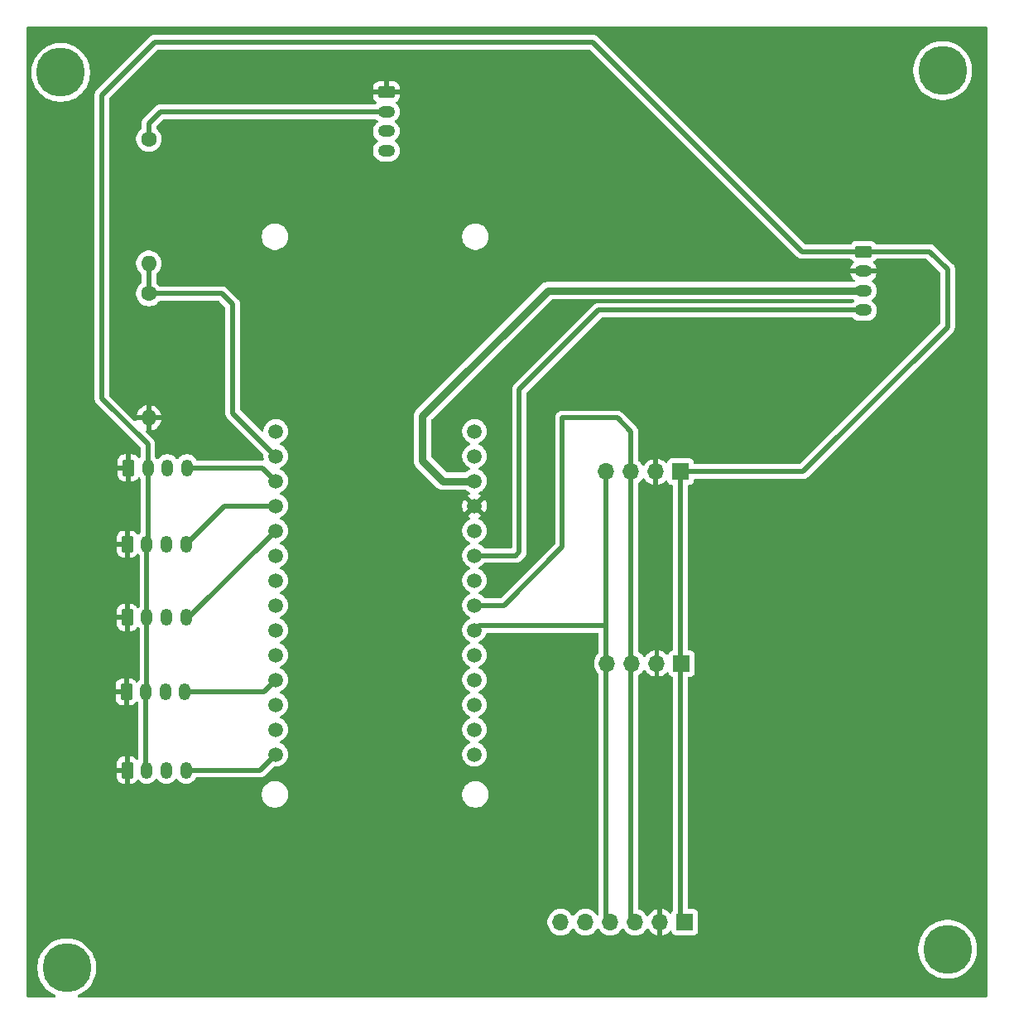
<source format=gbl>
%TF.GenerationSoftware,KiCad,Pcbnew,9.0.0*%
%TF.CreationDate,2025-03-15T18:59:56+01:00*%
%TF.ProjectId,farming_project,6661726d-696e-4675-9f70-726f6a656374,rev?*%
%TF.SameCoordinates,Original*%
%TF.FileFunction,Copper,L2,Bot*%
%TF.FilePolarity,Positive*%
%FSLAX46Y46*%
G04 Gerber Fmt 4.6, Leading zero omitted, Abs format (unit mm)*
G04 Created by KiCad (PCBNEW 9.0.0) date 2025-03-15 18:59:56*
%MOMM*%
%LPD*%
G01*
G04 APERTURE LIST*
G04 Aperture macros list*
%AMRoundRect*
0 Rectangle with rounded corners*
0 $1 Rounding radius*
0 $2 $3 $4 $5 $6 $7 $8 $9 X,Y pos of 4 corners*
0 Add a 4 corners polygon primitive as box body*
4,1,4,$2,$3,$4,$5,$6,$7,$8,$9,$2,$3,0*
0 Add four circle primitives for the rounded corners*
1,1,$1+$1,$2,$3*
1,1,$1+$1,$4,$5*
1,1,$1+$1,$6,$7*
1,1,$1+$1,$8,$9*
0 Add four rect primitives between the rounded corners*
20,1,$1+$1,$2,$3,$4,$5,0*
20,1,$1+$1,$4,$5,$6,$7,0*
20,1,$1+$1,$6,$7,$8,$9,0*
20,1,$1+$1,$8,$9,$2,$3,0*%
G04 Aperture macros list end*
%TA.AperFunction,ComponentPad*%
%ADD10C,5.000000*%
%TD*%
%TA.AperFunction,ComponentPad*%
%ADD11C,1.508000*%
%TD*%
%TA.AperFunction,ComponentPad*%
%ADD12C,1.600000*%
%TD*%
%TA.AperFunction,ComponentPad*%
%ADD13O,1.600000X1.600000*%
%TD*%
%TA.AperFunction,ComponentPad*%
%ADD14RoundRect,0.250000X-0.350000X-0.625000X0.350000X-0.625000X0.350000X0.625000X-0.350000X0.625000X0*%
%TD*%
%TA.AperFunction,ComponentPad*%
%ADD15O,1.200000X1.750000*%
%TD*%
%TA.AperFunction,ComponentPad*%
%ADD16RoundRect,0.250000X-0.625000X0.350000X-0.625000X-0.350000X0.625000X-0.350000X0.625000X0.350000X0*%
%TD*%
%TA.AperFunction,ComponentPad*%
%ADD17O,1.750000X1.200000*%
%TD*%
%TA.AperFunction,ComponentPad*%
%ADD18R,1.700000X1.700000*%
%TD*%
%TA.AperFunction,ComponentPad*%
%ADD19O,1.700000X1.700000*%
%TD*%
%TA.AperFunction,Conductor*%
%ADD20C,0.500000*%
%TD*%
%TA.AperFunction,Conductor*%
%ADD21C,0.800000*%
%TD*%
G04 APERTURE END LIST*
D10*
%TO.P,H1,1*%
%TO.N,N/C*%
X104600000Y-44500000D03*
%TD*%
%TO.P,H2,1*%
%TO.N,N/C*%
X194800000Y-44300000D03*
%TD*%
%TO.P,H3,1*%
%TO.N,N/C*%
X105200000Y-136000000D03*
%TD*%
%TO.P,H4,1*%
%TO.N,N/C*%
X195300000Y-134100000D03*
%TD*%
D11*
%TO.P,J1,28,Pin_28*%
%TO.N,/5V*%
X146910000Y-81164800D03*
%TO.P,J1,27,Pin_27*%
%TO.N,/VIN*%
X146910000Y-83704800D03*
%TO.P,J1,26,Pin_26*%
%TO.N,VCC*%
X146910000Y-86244800D03*
%TO.P,J1,25,Pin_25*%
%TO.N,GND*%
X146910000Y-88784800D03*
%TO.P,J1,24,Pin_24*%
%TO.N,/RESET*%
X146910000Y-91324800D03*
%TO.P,J1,23,Pin_23*%
%TO.N,/D14*%
X146910000Y-93864800D03*
%TO.P,J1,22,Pin_22*%
%TO.N,/RX*%
X146910000Y-96404800D03*
%TO.P,J1,21,Pin_21*%
%TO.N,/SCL*%
X146910000Y-98944800D03*
%TO.P,J1,20,Pin_20*%
%TO.N,/SDA*%
X146910000Y-101484800D03*
%TO.P,J1,19,Pin_19*%
%TO.N,/MISO*%
X146910000Y-104024800D03*
%TO.P,J1,18,Pin_18*%
%TO.N,/SCK*%
X146910000Y-106564800D03*
%TO.P,J1,17,Pin_17*%
%TO.N,/MOSI*%
X146910000Y-109104800D03*
%TO.P,J1,16,Pin_16*%
%TO.N,/D7*%
X146910000Y-111644800D03*
%TO.P,J1,15,Pin_15*%
%TO.N,/D6*%
X146910000Y-114184800D03*
%TO.P,J1,14,Pin_14*%
%TO.N,/D5*%
X126590000Y-114184800D03*
%TO.P,J1,13,Pin_13*%
%TO.N,/D4*%
X126590000Y-111644800D03*
%TO.P,J1,12,Pin_12*%
%TO.N,/D3*%
X126590000Y-109104800D03*
%TO.P,J1,11,Pin_11*%
%TO.N,/D2*%
X126590000Y-106564800D03*
%TO.P,J1,10,Pin_10*%
%TO.N,/D1*%
X126590000Y-104024800D03*
%TO.P,J1,9,Pin_9*%
%TO.N,/D0*%
X126590000Y-101484800D03*
%TO.P,J1,8,Pin_8*%
%TO.N,/A6*%
X126590000Y-98944800D03*
%TO.P,J1,7,Pin_7*%
%TO.N,/A5*%
X126590000Y-96404800D03*
%TO.P,J1,6,Pin_6*%
%TO.N,/A4*%
X126590000Y-93864800D03*
%TO.P,J1,5,Pin_5*%
%TO.N,/A3*%
X126590000Y-91324800D03*
%TO.P,J1,4,Pin_4*%
%TO.N,/A2*%
X126590000Y-88784800D03*
%TO.P,J1,3,Pin_3*%
%TO.N,/A1*%
X126590000Y-86244800D03*
%TO.P,J1,2,Pin_2*%
%TO.N,/A0*%
X126590000Y-83704800D03*
%TO.P,J1,1,Pin_1*%
%TO.N,/AREF*%
X126590000Y-81164800D03*
%TD*%
D12*
%TO.P,R2,1*%
%TO.N,/A0*%
X113600000Y-67100000D03*
D13*
%TO.P,R2,2*%
%TO.N,GND*%
X113600000Y-79800000D03*
%TD*%
D14*
%TO.P,J10,1,Pin_1*%
%TO.N,GND*%
X111400000Y-115800000D03*
D15*
%TO.P,J10,2,Pin_2*%
%TO.N,VOUT*%
X113400000Y-115800000D03*
%TO.P,J10,3,Pin_3*%
%TO.N,unconnected-(J10-Pin_3-Pad3)*%
X115400000Y-115800000D03*
%TO.P,J10,4,Pin_4*%
%TO.N,/D5*%
X117400000Y-115800000D03*
%TD*%
D14*
%TO.P,J6,1,Pin_1*%
%TO.N,GND*%
X111400000Y-92700000D03*
D15*
%TO.P,J6,2,Pin_2*%
%TO.N,VOUT*%
X113400000Y-92700000D03*
%TO.P,J6,3,Pin_3*%
%TO.N,unconnected-(J6-Pin_3-Pad3)*%
X115400000Y-92700000D03*
%TO.P,J6,4,Pin_4*%
%TO.N,/A2*%
X117400000Y-92700000D03*
%TD*%
D14*
%TO.P,J8,1,Pin_1*%
%TO.N,GND*%
X111300000Y-107800000D03*
D15*
%TO.P,J8,2,Pin_2*%
%TO.N,VOUT*%
X113300000Y-107800000D03*
%TO.P,J8,3,Pin_3*%
%TO.N,unconnected-(J8-Pin_3-Pad3)*%
X115300000Y-107800000D03*
%TO.P,J8,4,Pin_4*%
%TO.N,/D2*%
X117300000Y-107800000D03*
%TD*%
D16*
%TO.P,J9,1,Pin_1*%
%TO.N,GND*%
X137900000Y-46500000D03*
D17*
%TO.P,J9,2,Pin_2*%
%TO.N,Vbat*%
X137900000Y-48500000D03*
%TO.P,J9,3,Pin_3*%
%TO.N,unconnected-(J9-Pin_3-Pad3)*%
X137900000Y-50500000D03*
%TO.P,J9,4,Pin_4*%
%TO.N,unconnected-(J9-Pin_4-Pad4)*%
X137900000Y-52500000D03*
%TD*%
D14*
%TO.P,J7,1,Pin_1*%
%TO.N,GND*%
X111400000Y-100200000D03*
D15*
%TO.P,J7,2,Pin_2*%
%TO.N,VOUT*%
X113400000Y-100200000D03*
%TO.P,J7,3,Pin_3*%
%TO.N,unconnected-(J7-Pin_3-Pad3)*%
X115400000Y-100200000D03*
%TO.P,J7,4,Pin_4*%
%TO.N,/A3*%
X117400000Y-100200000D03*
%TD*%
D18*
%TO.P,J3,1,Pin_1*%
%TO.N,VOUT*%
X168000000Y-85300000D03*
D19*
%TO.P,J3,2,Pin_2*%
%TO.N,GND*%
X165460000Y-85300000D03*
%TO.P,J3,3,Pin_3*%
%TO.N,/SCL*%
X162920000Y-85300000D03*
%TO.P,J3,4,Pin_4*%
%TO.N,/SDA*%
X160380000Y-85300000D03*
%TD*%
D14*
%TO.P,J5,1,Pin_1*%
%TO.N,GND*%
X111500000Y-84900000D03*
D15*
%TO.P,J5,2,Pin_2*%
%TO.N,VOUT*%
X113500000Y-84900000D03*
%TO.P,J5,3,Pin_3*%
%TO.N,unconnected-(J5-Pin_3-Pad3)*%
X115500000Y-84900000D03*
%TO.P,J5,4,Pin_4*%
%TO.N,/A1*%
X117500000Y-84900000D03*
%TD*%
D18*
%TO.P,J2,1,Pin_1*%
%TO.N,VOUT*%
X168100000Y-104900000D03*
D19*
%TO.P,J2,2,Pin_2*%
%TO.N,GND*%
X165560000Y-104900000D03*
%TO.P,J2,3,Pin_3*%
%TO.N,/SCL*%
X163020000Y-104900000D03*
%TO.P,J2,4,Pin_4*%
%TO.N,/SDA*%
X160480000Y-104900000D03*
%TD*%
D18*
%TO.P,J4,1,Pin_1*%
%TO.N,VOUT*%
X168425000Y-131325000D03*
D19*
%TO.P,J4,2,Pin_2*%
%TO.N,GND*%
X165885000Y-131325000D03*
%TO.P,J4,3,Pin_3*%
%TO.N,/SCL*%
X163345000Y-131325000D03*
%TO.P,J4,4,Pin_4*%
%TO.N,/SDA*%
X160805000Y-131325000D03*
%TO.P,J4,5,Pin_5*%
%TO.N,unconnected-(J4-Pin_5-Pad5)*%
X158265000Y-131325000D03*
%TO.P,J4,6,Pin_6*%
%TO.N,unconnected-(J4-Pin_6-Pad6)*%
X155725000Y-131325000D03*
%TD*%
D12*
%TO.P,R1,1*%
%TO.N,Vbat*%
X113600000Y-51300000D03*
D13*
%TO.P,R1,2*%
%TO.N,/A0*%
X113600000Y-64000000D03*
%TD*%
D16*
%TO.P,J11,1,Pin_1*%
%TO.N,VOUT*%
X186700000Y-62800000D03*
D17*
%TO.P,J11,2,Pin_2*%
%TO.N,GND*%
X186700000Y-64800000D03*
%TO.P,J11,3,Pin_3*%
%TO.N,VCC*%
X186700000Y-66800000D03*
%TO.P,J11,4,Pin_4*%
%TO.N,/D14*%
X186700000Y-68800000D03*
%TD*%
D20*
%TO.N,VOUT*%
X108800000Y-77800000D02*
X113500000Y-82500000D01*
X108800000Y-46800000D02*
X108800000Y-77800000D01*
X114200000Y-41400000D02*
X108800000Y-46800000D01*
X159000000Y-41400000D02*
X114200000Y-41400000D01*
X113500000Y-82500000D02*
X113500000Y-84900000D01*
X186700000Y-62800000D02*
X180400000Y-62800000D01*
X180500000Y-85300000D02*
X168000000Y-85300000D01*
X195300000Y-70500000D02*
X180500000Y-85300000D01*
X193500000Y-62800000D02*
X195300000Y-64600000D01*
X195300000Y-64600000D02*
X195300000Y-70500000D01*
%TO.N,/D14*%
X151135200Y-93864800D02*
X146910000Y-93864800D01*
X151500000Y-76900000D02*
X151500000Y-93500000D01*
X151500000Y-93500000D02*
X151135200Y-93864800D01*
X159600000Y-68800000D02*
X151500000Y-76900000D01*
X186700000Y-68800000D02*
X159600000Y-68800000D01*
D21*
%TO.N,VCC*%
X141600000Y-79600000D02*
X141600000Y-84200000D01*
X141600000Y-84200000D02*
X143644800Y-86244800D01*
X154400000Y-66800000D02*
X141600000Y-79600000D01*
X186700000Y-66800000D02*
X154400000Y-66800000D01*
X143644800Y-86244800D02*
X146910000Y-86244800D01*
D20*
%TO.N,/SCL*%
X161500000Y-79800000D02*
X162920000Y-81220000D01*
X155900000Y-93000000D02*
X155900000Y-79800000D01*
X149955200Y-98944800D02*
X155900000Y-93000000D01*
X155900000Y-79800000D02*
X161500000Y-79800000D01*
X146910000Y-98944800D02*
X149955200Y-98944800D01*
X162920000Y-81220000D02*
X162920000Y-85300000D01*
%TO.N,/SDA*%
X147394800Y-101000000D02*
X146910000Y-101484800D01*
X160380000Y-101000000D02*
X147394800Y-101000000D01*
%TO.N,VOUT*%
X168000000Y-130900000D02*
X168425000Y-131325000D01*
X168000000Y-101000000D02*
X168000000Y-130900000D01*
%TO.N,/SCL*%
X162920000Y-130900000D02*
X163345000Y-131325000D01*
X162920000Y-101000000D02*
X162920000Y-130900000D01*
%TO.N,/SDA*%
X160380000Y-130900000D02*
X160805000Y-131325000D01*
X160380000Y-101000000D02*
X160380000Y-130900000D01*
%TO.N,VOUT*%
X168000000Y-85300000D02*
X168000000Y-101000000D01*
%TO.N,/SCL*%
X162920000Y-85300000D02*
X162920000Y-101680000D01*
%TO.N,/SDA*%
X160380000Y-85300000D02*
X160380000Y-101000000D01*
%TO.N,Vbat*%
X114800000Y-48500000D02*
X137900000Y-48500000D01*
X113600000Y-49700000D02*
X114800000Y-48500000D01*
X113600000Y-51300000D02*
X113600000Y-49700000D01*
%TO.N,/A0*%
X121100000Y-67100000D02*
X113600000Y-67100000D01*
X122200000Y-68200000D02*
X121100000Y-67100000D01*
X122200000Y-79314800D02*
X122200000Y-68200000D01*
X126590000Y-83704800D02*
X122200000Y-79314800D01*
X113600000Y-64000000D02*
X113600000Y-67100000D01*
%TO.N,VOUT*%
X113500000Y-92600000D02*
X113400000Y-92700000D01*
X113500000Y-84900000D02*
X113500000Y-92600000D01*
%TO.N,/A1*%
X125245200Y-84900000D02*
X126590000Y-86244800D01*
X117500000Y-84900000D02*
X125245200Y-84900000D01*
%TO.N,VOUT*%
X113300000Y-115700000D02*
X113400000Y-115800000D01*
X113300000Y-107800000D02*
X113300000Y-115700000D01*
X113400000Y-107700000D02*
X113300000Y-107800000D01*
X113400000Y-100200000D02*
X113400000Y-107700000D01*
X113400000Y-92700000D02*
X113400000Y-100200000D01*
%TO.N,/D5*%
X117400000Y-115800000D02*
X124974800Y-115800000D01*
X124974800Y-115800000D02*
X126590000Y-114184800D01*
%TO.N,/D2*%
X125354800Y-107800000D02*
X126590000Y-106564800D01*
X117300000Y-107800000D02*
X125354800Y-107800000D01*
%TO.N,/A3*%
X117714800Y-100200000D02*
X126590000Y-91324800D01*
X117400000Y-100200000D02*
X117714800Y-100200000D01*
%TO.N,/A2*%
X121315200Y-88784800D02*
X126590000Y-88784800D01*
X117400000Y-92700000D02*
X121315200Y-88784800D01*
%TO.N,VOUT*%
X113300000Y-115400000D02*
X113000000Y-115700000D01*
X186700000Y-62800000D02*
X193500000Y-62800000D01*
X180400000Y-62800000D02*
X159000000Y-41400000D01*
%TD*%
%TA.AperFunction,Conductor*%
%TO.N,GND*%
G36*
X165810000Y-106227230D02*
G01*
X165876126Y-106216757D01*
X165876129Y-106216757D01*
X166078217Y-106151095D01*
X166267557Y-106054620D01*
X166439458Y-105929728D01*
X166553133Y-105816053D01*
X166614456Y-105782568D01*
X166684148Y-105787552D01*
X166740082Y-105829423D01*
X166756997Y-105860401D01*
X166806202Y-105992328D01*
X166806206Y-105992335D01*
X166892452Y-106107544D01*
X166892455Y-106107547D01*
X167007664Y-106193793D01*
X167007671Y-106193797D01*
X167142517Y-106244091D01*
X167150062Y-106245874D01*
X167149523Y-106248151D01*
X167203287Y-106270408D01*
X167243147Y-106327793D01*
X167249500Y-106366975D01*
X167249500Y-130034045D01*
X167229815Y-130101084D01*
X167222504Y-130110157D01*
X167222768Y-130110355D01*
X167131206Y-130232664D01*
X167131202Y-130232671D01*
X167081997Y-130364598D01*
X167040126Y-130420532D01*
X166974661Y-130444949D01*
X166906388Y-130430097D01*
X166878134Y-130408946D01*
X166764464Y-130295276D01*
X166764459Y-130295272D01*
X166592557Y-130170379D01*
X166403215Y-130073903D01*
X166201124Y-130008241D01*
X166135000Y-129997768D01*
X166135000Y-130891988D01*
X166077993Y-130859075D01*
X165950826Y-130825000D01*
X165819174Y-130825000D01*
X165692007Y-130859075D01*
X165635000Y-130891988D01*
X165635000Y-129997768D01*
X165634999Y-129997768D01*
X165568875Y-130008241D01*
X165366784Y-130073903D01*
X165177442Y-130170379D01*
X165005540Y-130295272D01*
X165005535Y-130295276D01*
X164855276Y-130445535D01*
X164855272Y-130445540D01*
X164730378Y-130617443D01*
X164725762Y-130626502D01*
X164677784Y-130677295D01*
X164609963Y-130694087D01*
X164543829Y-130671546D01*
X164504794Y-130626493D01*
X164500051Y-130617184D01*
X164500049Y-130617181D01*
X164500048Y-130617179D01*
X164375109Y-130445213D01*
X164224786Y-130294890D01*
X164052820Y-130169951D01*
X163863416Y-130073444D01*
X163756181Y-130038601D01*
X163698506Y-129999163D01*
X163671308Y-129934804D01*
X163670500Y-129920670D01*
X163670500Y-106159617D01*
X163690185Y-106092578D01*
X163724592Y-106058902D01*
X163723874Y-106057914D01*
X163727811Y-106055053D01*
X163727816Y-106055051D01*
X163899792Y-105930104D01*
X164050104Y-105779792D01*
X164050106Y-105779788D01*
X164050109Y-105779786D01*
X164117515Y-105687007D01*
X164175051Y-105607816D01*
X164179793Y-105598508D01*
X164227763Y-105547711D01*
X164295583Y-105530911D01*
X164361719Y-105553445D01*
X164400763Y-105598500D01*
X164405377Y-105607555D01*
X164530272Y-105779459D01*
X164530276Y-105779464D01*
X164680535Y-105929723D01*
X164680540Y-105929727D01*
X164852442Y-106054620D01*
X165041782Y-106151095D01*
X165243871Y-106216757D01*
X165310000Y-106227231D01*
X165310000Y-105333012D01*
X165367007Y-105365925D01*
X165494174Y-105400000D01*
X165625826Y-105400000D01*
X165752993Y-105365925D01*
X165810000Y-105333012D01*
X165810000Y-106227230D01*
G37*
%TD.AperFunction*%
%TA.AperFunction,Conductor*%
G36*
X165710000Y-86627230D02*
G01*
X165776126Y-86616757D01*
X165776129Y-86616757D01*
X165978217Y-86551095D01*
X166167557Y-86454620D01*
X166339458Y-86329728D01*
X166453133Y-86216053D01*
X166514456Y-86182568D01*
X166584148Y-86187552D01*
X166640082Y-86229423D01*
X166656997Y-86260401D01*
X166706202Y-86392328D01*
X166706206Y-86392335D01*
X166792452Y-86507544D01*
X166792455Y-86507547D01*
X166907664Y-86593793D01*
X166907671Y-86593797D01*
X166952618Y-86610561D01*
X167042517Y-86644091D01*
X167102127Y-86650500D01*
X167125497Y-86650499D01*
X167192536Y-86670181D01*
X167238292Y-86722983D01*
X167249500Y-86774499D01*
X167249500Y-103433023D01*
X167229815Y-103500062D01*
X167177011Y-103545817D01*
X167149865Y-103553266D01*
X167150068Y-103554124D01*
X167142520Y-103555907D01*
X167007671Y-103606202D01*
X167007664Y-103606206D01*
X166892455Y-103692452D01*
X166892452Y-103692455D01*
X166806206Y-103807664D01*
X166806202Y-103807671D01*
X166756997Y-103939598D01*
X166715126Y-103995532D01*
X166649661Y-104019949D01*
X166581388Y-104005097D01*
X166553134Y-103983946D01*
X166439464Y-103870276D01*
X166439459Y-103870272D01*
X166267557Y-103745379D01*
X166078215Y-103648903D01*
X165876124Y-103583241D01*
X165810000Y-103572768D01*
X165810000Y-104466988D01*
X165752993Y-104434075D01*
X165625826Y-104400000D01*
X165494174Y-104400000D01*
X165367007Y-104434075D01*
X165310000Y-104466988D01*
X165310000Y-103572768D01*
X165309999Y-103572768D01*
X165243875Y-103583241D01*
X165041784Y-103648903D01*
X164852442Y-103745379D01*
X164680540Y-103870272D01*
X164680535Y-103870276D01*
X164530276Y-104020535D01*
X164530272Y-104020540D01*
X164405378Y-104192443D01*
X164400762Y-104201502D01*
X164352784Y-104252295D01*
X164284963Y-104269087D01*
X164218829Y-104246546D01*
X164179794Y-104201493D01*
X164175051Y-104192184D01*
X164175049Y-104192181D01*
X164175048Y-104192179D01*
X164050109Y-104020213D01*
X163899786Y-103869890D01*
X163723875Y-103742085D01*
X163724851Y-103740740D01*
X163682834Y-103694295D01*
X163670500Y-103640382D01*
X163670500Y-86487220D01*
X163690185Y-86420181D01*
X163721614Y-86386902D01*
X163799792Y-86330104D01*
X163950104Y-86179792D01*
X163950106Y-86179788D01*
X163950109Y-86179786D01*
X164017515Y-86087007D01*
X164075051Y-86007816D01*
X164079793Y-85998508D01*
X164127763Y-85947711D01*
X164195583Y-85930911D01*
X164261719Y-85953445D01*
X164300763Y-85998500D01*
X164305377Y-86007555D01*
X164430272Y-86179459D01*
X164430276Y-86179464D01*
X164580535Y-86329723D01*
X164580540Y-86329727D01*
X164752442Y-86454620D01*
X164941782Y-86551095D01*
X165143871Y-86616757D01*
X165210000Y-86627231D01*
X165210000Y-85733012D01*
X165267007Y-85765925D01*
X165394174Y-85800000D01*
X165525826Y-85800000D01*
X165652993Y-85765925D01*
X165710000Y-85733012D01*
X165710000Y-86627230D01*
G37*
%TD.AperFunction*%
%TA.AperFunction,Conductor*%
G36*
X193204809Y-63570185D02*
G01*
X193225451Y-63586819D01*
X194513181Y-64874548D01*
X194546666Y-64935871D01*
X194549500Y-64962229D01*
X194549500Y-70137770D01*
X194529815Y-70204809D01*
X194513181Y-70225451D01*
X180225451Y-84513181D01*
X180164128Y-84546666D01*
X180137770Y-84549500D01*
X169474499Y-84549500D01*
X169407460Y-84529815D01*
X169361705Y-84477011D01*
X169350499Y-84425500D01*
X169350499Y-84402129D01*
X169350498Y-84402123D01*
X169344091Y-84342516D01*
X169293797Y-84207671D01*
X169293793Y-84207664D01*
X169207547Y-84092455D01*
X169207544Y-84092452D01*
X169092335Y-84006206D01*
X169092328Y-84006202D01*
X168957482Y-83955908D01*
X168957483Y-83955908D01*
X168897883Y-83949501D01*
X168897881Y-83949500D01*
X168897873Y-83949500D01*
X168897864Y-83949500D01*
X167102129Y-83949500D01*
X167102123Y-83949501D01*
X167042516Y-83955908D01*
X166907671Y-84006202D01*
X166907664Y-84006206D01*
X166792455Y-84092452D01*
X166792452Y-84092455D01*
X166706206Y-84207664D01*
X166706202Y-84207671D01*
X166656997Y-84339598D01*
X166615126Y-84395532D01*
X166549661Y-84419949D01*
X166481388Y-84405097D01*
X166453134Y-84383946D01*
X166339464Y-84270276D01*
X166339459Y-84270272D01*
X166167557Y-84145379D01*
X165978215Y-84048903D01*
X165776124Y-83983241D01*
X165710000Y-83972768D01*
X165710000Y-84866988D01*
X165652993Y-84834075D01*
X165525826Y-84800000D01*
X165394174Y-84800000D01*
X165267007Y-84834075D01*
X165210000Y-84866988D01*
X165210000Y-83972768D01*
X165209999Y-83972768D01*
X165143875Y-83983241D01*
X164941784Y-84048903D01*
X164752442Y-84145379D01*
X164580540Y-84270272D01*
X164580535Y-84270276D01*
X164430276Y-84420535D01*
X164430272Y-84420540D01*
X164305378Y-84592443D01*
X164300762Y-84601502D01*
X164252784Y-84652295D01*
X164184963Y-84669087D01*
X164118829Y-84646546D01*
X164079794Y-84601493D01*
X164075051Y-84592184D01*
X164075049Y-84592181D01*
X164075048Y-84592179D01*
X163950109Y-84420213D01*
X163799794Y-84269898D01*
X163799788Y-84269893D01*
X163721615Y-84213097D01*
X163678949Y-84157767D01*
X163670500Y-84112779D01*
X163670500Y-81146079D01*
X163641659Y-81001092D01*
X163641658Y-81001091D01*
X163641658Y-81001087D01*
X163587790Y-80871037D01*
X163585087Y-80864511D01*
X163585080Y-80864498D01*
X163502952Y-80741585D01*
X163502951Y-80741584D01*
X163398416Y-80637049D01*
X163060396Y-80299029D01*
X161978421Y-79217052D01*
X161978414Y-79217046D01*
X161904729Y-79167812D01*
X161904729Y-79167813D01*
X161855491Y-79134913D01*
X161718917Y-79078343D01*
X161718907Y-79078340D01*
X161573920Y-79049500D01*
X161573918Y-79049500D01*
X155973918Y-79049500D01*
X155826082Y-79049500D01*
X155826080Y-79049500D01*
X155681092Y-79078340D01*
X155681082Y-79078343D01*
X155544511Y-79134912D01*
X155544498Y-79134919D01*
X155421584Y-79217048D01*
X155421580Y-79217051D01*
X155317051Y-79321580D01*
X155317048Y-79321584D01*
X155234919Y-79444498D01*
X155234912Y-79444511D01*
X155178343Y-79581082D01*
X155178340Y-79581092D01*
X155149500Y-79726079D01*
X155149500Y-92637770D01*
X155129815Y-92704809D01*
X155113181Y-92725451D01*
X149680651Y-98157981D01*
X149619328Y-98191466D01*
X149592970Y-98194300D01*
X147978559Y-98194300D01*
X147911520Y-98174615D01*
X147878241Y-98143185D01*
X147866884Y-98127554D01*
X147866880Y-98127549D01*
X147727246Y-97987915D01*
X147567505Y-97871858D01*
X147561119Y-97868604D01*
X147397593Y-97785282D01*
X147346800Y-97737310D01*
X147330005Y-97669489D01*
X147352542Y-97603354D01*
X147397593Y-97564317D01*
X147567501Y-97477744D01*
X147587912Y-97462914D01*
X147727246Y-97361684D01*
X147727248Y-97361681D01*
X147727252Y-97361679D01*
X147866879Y-97222052D01*
X147866881Y-97222048D01*
X147866884Y-97222046D01*
X147917779Y-97151992D01*
X147982944Y-97062301D01*
X148072591Y-96886361D01*
X148133610Y-96698563D01*
X148164500Y-96503536D01*
X148164500Y-96306063D01*
X148133610Y-96111036D01*
X148113270Y-96048437D01*
X148072591Y-95923239D01*
X147982944Y-95747299D01*
X147975486Y-95737034D01*
X147866884Y-95587553D01*
X147727246Y-95447915D01*
X147567505Y-95331858D01*
X147561119Y-95328604D01*
X147397593Y-95245282D01*
X147346800Y-95197310D01*
X147330005Y-95129489D01*
X147352542Y-95063354D01*
X147397593Y-95024317D01*
X147567501Y-94937744D01*
X147587912Y-94922914D01*
X147727246Y-94821684D01*
X147727248Y-94821681D01*
X147727252Y-94821679D01*
X147866879Y-94682052D01*
X147867710Y-94680908D01*
X147878241Y-94666415D01*
X147933571Y-94623749D01*
X147978559Y-94615300D01*
X151209120Y-94615300D01*
X151306662Y-94595896D01*
X151354113Y-94586458D01*
X151490695Y-94529884D01*
X151539929Y-94496986D01*
X151613616Y-94447752D01*
X152082951Y-93978416D01*
X152117299Y-93927011D01*
X152124501Y-93916233D01*
X152124501Y-93916232D01*
X152131944Y-93905093D01*
X152165084Y-93855495D01*
X152221658Y-93718913D01*
X152241917Y-93617067D01*
X152250500Y-93573920D01*
X152250500Y-77262230D01*
X152270185Y-77195191D01*
X152286819Y-77174549D01*
X159874549Y-69586819D01*
X159935872Y-69553334D01*
X159962230Y-69550500D01*
X185567796Y-69550500D01*
X185634835Y-69570185D01*
X185655477Y-69586819D01*
X185708072Y-69639414D01*
X185848212Y-69741232D01*
X186002555Y-69819873D01*
X186167299Y-69873402D01*
X186338389Y-69900500D01*
X186338390Y-69900500D01*
X187061610Y-69900500D01*
X187061611Y-69900500D01*
X187232701Y-69873402D01*
X187397445Y-69819873D01*
X187551788Y-69741232D01*
X187691928Y-69639414D01*
X187814414Y-69516928D01*
X187916232Y-69376788D01*
X187994873Y-69222445D01*
X188048402Y-69057701D01*
X188075500Y-68886611D01*
X188075500Y-68713389D01*
X188048402Y-68542299D01*
X187994873Y-68377555D01*
X187916232Y-68223212D01*
X187814414Y-68083072D01*
X187691928Y-67960586D01*
X187608975Y-67900317D01*
X187566311Y-67844988D01*
X187560332Y-67775374D01*
X187592938Y-67713579D01*
X187608976Y-67699682D01*
X187691928Y-67639414D01*
X187814414Y-67516928D01*
X187916232Y-67376788D01*
X187994873Y-67222445D01*
X188048402Y-67057701D01*
X188075500Y-66886611D01*
X188075500Y-66713389D01*
X188048402Y-66542299D01*
X187994873Y-66377555D01*
X187916232Y-66223212D01*
X187814414Y-66083072D01*
X187691928Y-65960586D01*
X187608550Y-65900008D01*
X187565885Y-65844677D01*
X187559906Y-65775064D01*
X187592512Y-65713269D01*
X187608552Y-65699371D01*
X187691598Y-65639036D01*
X187814032Y-65516602D01*
X187915804Y-65376524D01*
X187994408Y-65222255D01*
X188047914Y-65057584D01*
X188049115Y-65050000D01*
X186980330Y-65050000D01*
X187000075Y-65030255D01*
X187049444Y-64944745D01*
X187075000Y-64849370D01*
X187075000Y-64750630D01*
X187049444Y-64655255D01*
X187000075Y-64569745D01*
X186980330Y-64550000D01*
X188049115Y-64550000D01*
X188049115Y-64549999D01*
X188047914Y-64542415D01*
X187994408Y-64377744D01*
X187915804Y-64223475D01*
X187814032Y-64083397D01*
X187706434Y-63975799D01*
X187672949Y-63914476D01*
X187677933Y-63844784D01*
X187719805Y-63788851D01*
X187728995Y-63782594D01*
X187793656Y-63742712D01*
X187917712Y-63618656D01*
X187923420Y-63609402D01*
X187975368Y-63562678D01*
X188028958Y-63550500D01*
X193137770Y-63550500D01*
X193204809Y-63570185D01*
G37*
%TD.AperFunction*%
%TA.AperFunction,Conductor*%
G36*
X185709786Y-67707949D02*
G01*
X185735958Y-67711719D01*
X185742787Y-67717639D01*
X185751456Y-67720185D01*
X185768766Y-67740162D01*
X185788750Y-67757487D01*
X185791294Y-67766160D01*
X185797211Y-67772989D01*
X185800973Y-67799157D01*
X185808417Y-67824532D01*
X185805868Y-67833201D01*
X185807155Y-67842147D01*
X185796170Y-67866200D01*
X185788715Y-67891566D01*
X185780722Y-67900027D01*
X185778130Y-67905703D01*
X185765596Y-67918234D01*
X185761594Y-67921699D01*
X185708072Y-67960586D01*
X185652327Y-68016330D01*
X185648975Y-68019234D01*
X185621070Y-68031968D01*
X185594154Y-68046666D01*
X185587234Y-68047410D01*
X185585411Y-68048242D01*
X185582882Y-68047877D01*
X185567796Y-68049500D01*
X159526080Y-68049500D01*
X159381092Y-68078340D01*
X159381086Y-68078342D01*
X159244508Y-68134914D01*
X159244496Y-68134921D01*
X159195269Y-68167813D01*
X159121588Y-68217044D01*
X159121580Y-68217050D01*
X150917050Y-76421580D01*
X150917044Y-76421588D01*
X150867812Y-76495268D01*
X150867813Y-76495269D01*
X150834921Y-76544496D01*
X150834914Y-76544508D01*
X150778342Y-76681086D01*
X150778340Y-76681092D01*
X150749500Y-76826079D01*
X150749500Y-92990300D01*
X150729815Y-93057339D01*
X150677011Y-93103094D01*
X150625500Y-93114300D01*
X147978559Y-93114300D01*
X147911520Y-93094615D01*
X147878241Y-93063185D01*
X147866884Y-93047554D01*
X147866880Y-93047549D01*
X147727246Y-92907915D01*
X147567505Y-92791858D01*
X147561119Y-92788604D01*
X147397593Y-92705282D01*
X147346800Y-92657310D01*
X147330005Y-92589489D01*
X147352542Y-92523354D01*
X147397593Y-92484317D01*
X147567501Y-92397744D01*
X147649197Y-92338389D01*
X147727246Y-92281684D01*
X147727248Y-92281681D01*
X147727252Y-92281679D01*
X147866879Y-92142052D01*
X147866881Y-92142048D01*
X147866884Y-92142046D01*
X147951912Y-92025013D01*
X147982944Y-91982301D01*
X148072591Y-91806361D01*
X148133610Y-91618563D01*
X148138833Y-91585584D01*
X148164500Y-91423536D01*
X148164500Y-91226063D01*
X148133610Y-91031036D01*
X148113270Y-90968437D01*
X148072591Y-90843239D01*
X147982944Y-90667299D01*
X147975486Y-90657034D01*
X147866884Y-90507553D01*
X147727246Y-90367915D01*
X147567505Y-90251858D01*
X147562334Y-90249223D01*
X147397043Y-90165002D01*
X147346250Y-90117030D01*
X147329455Y-90049209D01*
X147351992Y-89983075D01*
X147397046Y-89944035D01*
X147567241Y-89857316D01*
X147602988Y-89831343D01*
X147602988Y-89831341D01*
X147039410Y-89267762D01*
X147102993Y-89250725D01*
X147217007Y-89184899D01*
X147310099Y-89091807D01*
X147375925Y-88977793D01*
X147392962Y-88914209D01*
X147956541Y-89477788D01*
X147956543Y-89477788D01*
X147982516Y-89442041D01*
X148072126Y-89266173D01*
X148133123Y-89078446D01*
X148164000Y-88883497D01*
X148164000Y-88686102D01*
X148133123Y-88491153D01*
X148072126Y-88303426D01*
X147982520Y-88127568D01*
X147982512Y-88127555D01*
X147956542Y-88091810D01*
X147956541Y-88091809D01*
X147392962Y-88655389D01*
X147375925Y-88591807D01*
X147310099Y-88477793D01*
X147217007Y-88384701D01*
X147102993Y-88318875D01*
X147039409Y-88301837D01*
X147602989Y-87738257D01*
X147567236Y-87712281D01*
X147397045Y-87625563D01*
X147346250Y-87577589D01*
X147329455Y-87509768D01*
X147351993Y-87443633D01*
X147397042Y-87404598D01*
X147567501Y-87317744D01*
X147615283Y-87283028D01*
X147727246Y-87201684D01*
X147727248Y-87201681D01*
X147727252Y-87201679D01*
X147866879Y-87062052D01*
X147866881Y-87062048D01*
X147866884Y-87062046D01*
X147952456Y-86944264D01*
X147982944Y-86902301D01*
X148072591Y-86726361D01*
X148133610Y-86538563D01*
X148164500Y-86343536D01*
X148164500Y-86146063D01*
X148133610Y-85951036D01*
X148090518Y-85818414D01*
X148072591Y-85763239D01*
X147982944Y-85587299D01*
X147973998Y-85574986D01*
X147866884Y-85427553D01*
X147727246Y-85287915D01*
X147567505Y-85171858D01*
X147561119Y-85168604D01*
X147397593Y-85085282D01*
X147346800Y-85037310D01*
X147330005Y-84969489D01*
X147352542Y-84903354D01*
X147397593Y-84864317D01*
X147567501Y-84777744D01*
X147653915Y-84714961D01*
X147727246Y-84661684D01*
X147727248Y-84661681D01*
X147727252Y-84661679D01*
X147866879Y-84522052D01*
X147866881Y-84522048D01*
X147866884Y-84522046D01*
X147917779Y-84451992D01*
X147982944Y-84362301D01*
X148072591Y-84186361D01*
X148133610Y-83998563D01*
X148145738Y-83921991D01*
X148164500Y-83803536D01*
X148164500Y-83606063D01*
X148133610Y-83411036D01*
X148113270Y-83348437D01*
X148072591Y-83223239D01*
X147982944Y-83047299D01*
X147975486Y-83037034D01*
X147866884Y-82887553D01*
X147727246Y-82747915D01*
X147567505Y-82631858D01*
X147561119Y-82628604D01*
X147397593Y-82545282D01*
X147346800Y-82497310D01*
X147330005Y-82429489D01*
X147352542Y-82363354D01*
X147397593Y-82324317D01*
X147567501Y-82237744D01*
X147695832Y-82144507D01*
X147727246Y-82121684D01*
X147727248Y-82121681D01*
X147727252Y-82121679D01*
X147866879Y-81982052D01*
X147866881Y-81982048D01*
X147866884Y-81982046D01*
X147917779Y-81911992D01*
X147982944Y-81822301D01*
X148072591Y-81646361D01*
X148133610Y-81458563D01*
X148140901Y-81412532D01*
X148164500Y-81263536D01*
X148164500Y-81066063D01*
X148133610Y-80871036D01*
X148107794Y-80791582D01*
X148072591Y-80683239D01*
X147982944Y-80507299D01*
X147975486Y-80497034D01*
X147866884Y-80347553D01*
X147727246Y-80207915D01*
X147567504Y-80091858D01*
X147567503Y-80091857D01*
X147567501Y-80091856D01*
X147391561Y-80002209D01*
X147391558Y-80002208D01*
X147203763Y-79941189D01*
X147008736Y-79910300D01*
X147008731Y-79910300D01*
X146811269Y-79910300D01*
X146811264Y-79910300D01*
X146616236Y-79941189D01*
X146428441Y-80002208D01*
X146252495Y-80091858D01*
X146092753Y-80207915D01*
X145953115Y-80347553D01*
X145837058Y-80507295D01*
X145747408Y-80683241D01*
X145686389Y-80871036D01*
X145655500Y-81066063D01*
X145655500Y-81263536D01*
X145686389Y-81458563D01*
X145718007Y-81555871D01*
X145747409Y-81646361D01*
X145837056Y-81822301D01*
X145837058Y-81822304D01*
X145953115Y-81982046D01*
X146092753Y-82121684D01*
X146242234Y-82230286D01*
X146252499Y-82237744D01*
X146422404Y-82324316D01*
X146473199Y-82372290D01*
X146489994Y-82440111D01*
X146467456Y-82506246D01*
X146422404Y-82545283D01*
X146265321Y-82625322D01*
X146252495Y-82631858D01*
X146092753Y-82747915D01*
X145953115Y-82887553D01*
X145837058Y-83047295D01*
X145747408Y-83223241D01*
X145686389Y-83411036D01*
X145655500Y-83606063D01*
X145655500Y-83803536D01*
X145686389Y-83998563D01*
X145745283Y-84179818D01*
X145747409Y-84186361D01*
X145837056Y-84362301D01*
X145837058Y-84362304D01*
X145953115Y-84522046D01*
X146092753Y-84661684D01*
X146221545Y-84755255D01*
X146252499Y-84777744D01*
X146422404Y-84864316D01*
X146473199Y-84912290D01*
X146489994Y-84980111D01*
X146467456Y-85046246D01*
X146422404Y-85085283D01*
X146379771Y-85107007D01*
X146252495Y-85171858D01*
X146092753Y-85287915D01*
X146092749Y-85287919D01*
X146072688Y-85307981D01*
X146011365Y-85341466D01*
X145985007Y-85344300D01*
X144069162Y-85344300D01*
X144002123Y-85324615D01*
X143981481Y-85307981D01*
X142536819Y-83863319D01*
X142503334Y-83801996D01*
X142500500Y-83775638D01*
X142500500Y-80024361D01*
X142520185Y-79957322D01*
X142536819Y-79936680D01*
X154736680Y-67736819D01*
X154798003Y-67703334D01*
X154824361Y-67700500D01*
X185684417Y-67700500D01*
X185709786Y-67707949D01*
G37*
%TD.AperFunction*%
%TA.AperFunction,Conductor*%
G36*
X199342539Y-39820185D02*
G01*
X199388294Y-39872989D01*
X199399500Y-39924500D01*
X199399500Y-138875500D01*
X199379815Y-138942539D01*
X199327011Y-138988294D01*
X199275500Y-138999500D01*
X106430203Y-138999500D01*
X106363164Y-138979815D01*
X106317409Y-138927011D01*
X106307465Y-138857853D01*
X106336490Y-138794297D01*
X106376401Y-138763780D01*
X106523025Y-138693169D01*
X106653686Y-138630246D01*
X106939039Y-138450946D01*
X107202523Y-138240825D01*
X107440825Y-138002523D01*
X107650946Y-137739039D01*
X107830246Y-137453686D01*
X107976469Y-137150051D01*
X108087776Y-136831954D01*
X108162767Y-136503394D01*
X108200500Y-136168504D01*
X108200500Y-135831496D01*
X108162767Y-135496606D01*
X108087776Y-135168046D01*
X107976469Y-134849949D01*
X107830246Y-134546314D01*
X107650946Y-134260961D01*
X107650944Y-134260958D01*
X107650943Y-134260956D01*
X107447091Y-134005332D01*
X107447089Y-134005331D01*
X107440827Y-133997479D01*
X107374839Y-133931491D01*
X192299500Y-133931491D01*
X192299500Y-134268508D01*
X192337231Y-134603381D01*
X192337233Y-134603397D01*
X192412223Y-134931953D01*
X192412227Y-134931965D01*
X192523532Y-135250054D01*
X192669752Y-135553683D01*
X192669754Y-135553686D01*
X192849054Y-135839039D01*
X193059175Y-136102523D01*
X193297477Y-136340825D01*
X193560961Y-136550946D01*
X193846314Y-136730246D01*
X194149949Y-136876469D01*
X194388848Y-136960063D01*
X194468034Y-136987772D01*
X194468046Y-136987776D01*
X194796606Y-137062767D01*
X195131492Y-137100499D01*
X195131493Y-137100500D01*
X195131496Y-137100500D01*
X195468507Y-137100500D01*
X195468507Y-137100499D01*
X195803394Y-137062767D01*
X196131954Y-136987776D01*
X196450051Y-136876469D01*
X196753686Y-136730246D01*
X197039039Y-136550946D01*
X197302523Y-136340825D01*
X197540825Y-136102523D01*
X197750946Y-135839039D01*
X197930246Y-135553686D01*
X198076469Y-135250051D01*
X198187776Y-134931954D01*
X198262767Y-134603394D01*
X198300500Y-134268504D01*
X198300500Y-133931496D01*
X198262767Y-133596606D01*
X198187776Y-133268046D01*
X198076469Y-132949949D01*
X197941215Y-132669091D01*
X197930247Y-132646316D01*
X197927690Y-132642246D01*
X197750946Y-132360961D01*
X197540825Y-132097477D01*
X197302523Y-131859175D01*
X197039039Y-131649054D01*
X196753686Y-131469754D01*
X196753683Y-131469752D01*
X196450054Y-131323532D01*
X196131965Y-131212227D01*
X196131953Y-131212223D01*
X195803397Y-131137233D01*
X195803381Y-131137231D01*
X195468508Y-131099500D01*
X195468504Y-131099500D01*
X195131496Y-131099500D01*
X195131491Y-131099500D01*
X194796618Y-131137231D01*
X194796602Y-131137233D01*
X194468046Y-131212223D01*
X194468034Y-131212227D01*
X194149945Y-131323532D01*
X193846316Y-131469752D01*
X193560962Y-131649053D01*
X193297477Y-131859174D01*
X193059174Y-132097477D01*
X192849053Y-132360962D01*
X192669752Y-132646316D01*
X192523532Y-132949945D01*
X192412227Y-133268034D01*
X192412223Y-133268046D01*
X192337233Y-133596602D01*
X192337231Y-133596618D01*
X192299500Y-133931491D01*
X107374839Y-133931491D01*
X107202522Y-133759174D01*
X107135606Y-133705811D01*
X106939039Y-133549054D01*
X106653686Y-133369754D01*
X106653683Y-133369752D01*
X106350054Y-133223532D01*
X106031965Y-133112227D01*
X106031953Y-133112223D01*
X105703397Y-133037233D01*
X105703381Y-133037231D01*
X105368508Y-132999500D01*
X105368504Y-132999500D01*
X105031496Y-132999500D01*
X105031491Y-132999500D01*
X104696618Y-133037231D01*
X104696602Y-133037233D01*
X104368046Y-133112223D01*
X104368034Y-133112227D01*
X104049945Y-133223532D01*
X103746316Y-133369752D01*
X103460962Y-133549053D01*
X103197477Y-133759174D01*
X102959174Y-133997477D01*
X102749053Y-134260962D01*
X102569752Y-134546316D01*
X102423532Y-134849945D01*
X102312227Y-135168034D01*
X102312223Y-135168046D01*
X102237233Y-135496602D01*
X102237231Y-135496618D01*
X102199500Y-135831491D01*
X102199500Y-136168508D01*
X102237231Y-136503381D01*
X102237233Y-136503397D01*
X102312223Y-136831953D01*
X102312227Y-136831965D01*
X102423532Y-137150054D01*
X102569752Y-137453683D01*
X102569754Y-137453686D01*
X102749054Y-137739039D01*
X102959175Y-138002523D01*
X103197477Y-138240825D01*
X103460961Y-138450946D01*
X103746314Y-138630246D01*
X103746316Y-138630247D01*
X104023599Y-138763780D01*
X104075458Y-138810602D01*
X104093771Y-138878030D01*
X104072723Y-138944653D01*
X104018997Y-138989322D01*
X103969797Y-138999500D01*
X101224500Y-138999500D01*
X101157461Y-138979815D01*
X101111706Y-138927011D01*
X101100500Y-138875500D01*
X101100500Y-118173713D01*
X125149500Y-118173713D01*
X125149500Y-118386286D01*
X125182753Y-118596239D01*
X125248444Y-118798414D01*
X125344951Y-118987820D01*
X125469890Y-119159786D01*
X125620213Y-119310109D01*
X125792179Y-119435048D01*
X125792181Y-119435049D01*
X125792184Y-119435051D01*
X125981588Y-119531557D01*
X126183757Y-119597246D01*
X126393713Y-119630500D01*
X126393714Y-119630500D01*
X126606286Y-119630500D01*
X126606287Y-119630500D01*
X126816243Y-119597246D01*
X127018412Y-119531557D01*
X127207816Y-119435051D01*
X127229789Y-119419086D01*
X127379786Y-119310109D01*
X127379788Y-119310106D01*
X127379792Y-119310104D01*
X127530104Y-119159792D01*
X127530106Y-119159788D01*
X127530109Y-119159786D01*
X127655048Y-118987820D01*
X127655047Y-118987820D01*
X127655051Y-118987816D01*
X127751557Y-118798412D01*
X127817246Y-118596243D01*
X127850500Y-118386287D01*
X127850500Y-118173713D01*
X145649500Y-118173713D01*
X145649500Y-118386286D01*
X145682753Y-118596239D01*
X145748444Y-118798414D01*
X145844951Y-118987820D01*
X145969890Y-119159786D01*
X146120213Y-119310109D01*
X146292179Y-119435048D01*
X146292181Y-119435049D01*
X146292184Y-119435051D01*
X146481588Y-119531557D01*
X146683757Y-119597246D01*
X146893713Y-119630500D01*
X146893714Y-119630500D01*
X147106286Y-119630500D01*
X147106287Y-119630500D01*
X147316243Y-119597246D01*
X147518412Y-119531557D01*
X147707816Y-119435051D01*
X147729789Y-119419086D01*
X147879786Y-119310109D01*
X147879788Y-119310106D01*
X147879792Y-119310104D01*
X148030104Y-119159792D01*
X148030106Y-119159788D01*
X148030109Y-119159786D01*
X148155048Y-118987820D01*
X148155047Y-118987820D01*
X148155051Y-118987816D01*
X148251557Y-118798412D01*
X148317246Y-118596243D01*
X148350500Y-118386287D01*
X148350500Y-118173713D01*
X148317246Y-117963757D01*
X148251557Y-117761588D01*
X148155051Y-117572184D01*
X148155049Y-117572181D01*
X148155048Y-117572179D01*
X148030109Y-117400213D01*
X147879786Y-117249890D01*
X147707820Y-117124951D01*
X147518414Y-117028444D01*
X147518413Y-117028443D01*
X147518412Y-117028443D01*
X147316243Y-116962754D01*
X147316241Y-116962753D01*
X147316240Y-116962753D01*
X147154957Y-116937208D01*
X147106287Y-116929500D01*
X146893713Y-116929500D01*
X146845042Y-116937208D01*
X146683760Y-116962753D01*
X146683757Y-116962754D01*
X146519173Y-117016231D01*
X146481585Y-117028444D01*
X146292179Y-117124951D01*
X146120213Y-117249890D01*
X145969890Y-117400213D01*
X145844951Y-117572179D01*
X145748444Y-117761585D01*
X145682753Y-117963760D01*
X145649500Y-118173713D01*
X127850500Y-118173713D01*
X127817246Y-117963757D01*
X127751557Y-117761588D01*
X127655051Y-117572184D01*
X127655049Y-117572181D01*
X127655048Y-117572179D01*
X127530109Y-117400213D01*
X127379786Y-117249890D01*
X127207820Y-117124951D01*
X127018414Y-117028444D01*
X127018413Y-117028443D01*
X127018412Y-117028443D01*
X126816243Y-116962754D01*
X126816241Y-116962753D01*
X126816240Y-116962753D01*
X126654957Y-116937208D01*
X126606287Y-116929500D01*
X126393713Y-116929500D01*
X126345042Y-116937208D01*
X126183760Y-116962753D01*
X126183757Y-116962754D01*
X126019173Y-117016231D01*
X125981585Y-117028444D01*
X125792179Y-117124951D01*
X125620213Y-117249890D01*
X125469890Y-117400213D01*
X125344951Y-117572179D01*
X125248444Y-117761585D01*
X125182753Y-117963760D01*
X125149500Y-118173713D01*
X101100500Y-118173713D01*
X101100500Y-77873920D01*
X108049499Y-77873920D01*
X108078340Y-78018907D01*
X108078343Y-78018917D01*
X108134914Y-78155492D01*
X108167812Y-78204727D01*
X108167813Y-78204730D01*
X108217046Y-78278414D01*
X108217052Y-78278421D01*
X112713181Y-82774549D01*
X112746666Y-82835872D01*
X112749500Y-82862230D01*
X112749500Y-83767796D01*
X112740854Y-83797240D01*
X112734331Y-83827224D01*
X112730577Y-83832237D01*
X112729815Y-83834835D01*
X112713181Y-83855477D01*
X112713180Y-83855478D01*
X112675165Y-83893492D01*
X112613842Y-83926977D01*
X112544150Y-83921991D01*
X112488217Y-83880119D01*
X112481946Y-83870906D01*
X112442317Y-83806656D01*
X112318345Y-83682684D01*
X112169124Y-83590643D01*
X112169119Y-83590641D01*
X112002697Y-83535494D01*
X112002690Y-83535493D01*
X111899986Y-83525000D01*
X111750000Y-83525000D01*
X111750000Y-84619670D01*
X111730255Y-84599925D01*
X111644745Y-84550556D01*
X111549370Y-84525000D01*
X111450630Y-84525000D01*
X111355255Y-84550556D01*
X111269745Y-84599925D01*
X111250000Y-84619670D01*
X111250000Y-83525000D01*
X111100027Y-83525000D01*
X111100012Y-83525001D01*
X110997302Y-83535494D01*
X110830880Y-83590641D01*
X110830875Y-83590643D01*
X110681654Y-83682684D01*
X110557684Y-83806654D01*
X110465643Y-83955875D01*
X110465641Y-83955880D01*
X110410494Y-84122302D01*
X110410493Y-84122309D01*
X110400000Y-84225013D01*
X110400000Y-84650000D01*
X111219670Y-84650000D01*
X111199925Y-84669745D01*
X111150556Y-84755255D01*
X111125000Y-84850630D01*
X111125000Y-84949370D01*
X111150556Y-85044745D01*
X111199925Y-85130255D01*
X111219670Y-85150000D01*
X110400001Y-85150000D01*
X110400001Y-85574986D01*
X110410494Y-85677697D01*
X110465641Y-85844119D01*
X110465643Y-85844124D01*
X110557684Y-85993345D01*
X110681654Y-86117315D01*
X110830875Y-86209356D01*
X110830880Y-86209358D01*
X110997302Y-86264505D01*
X110997309Y-86264506D01*
X111100019Y-86274999D01*
X111249999Y-86274999D01*
X111250000Y-86274998D01*
X111250000Y-85180330D01*
X111269745Y-85200075D01*
X111355255Y-85249444D01*
X111450630Y-85275000D01*
X111549370Y-85275000D01*
X111644745Y-85249444D01*
X111730255Y-85200075D01*
X111750000Y-85180330D01*
X111750000Y-86274999D01*
X111899972Y-86274999D01*
X111899986Y-86274998D01*
X112002697Y-86264505D01*
X112169119Y-86209358D01*
X112169124Y-86209356D01*
X112318345Y-86117315D01*
X112442315Y-85993345D01*
X112481945Y-85929094D01*
X112499237Y-85913539D01*
X112513175Y-85894922D01*
X112524725Y-85890613D01*
X112533893Y-85882368D01*
X112556850Y-85878631D01*
X112578639Y-85870505D01*
X112590685Y-85873125D01*
X112602855Y-85871145D01*
X112624186Y-85880413D01*
X112646912Y-85885357D01*
X112662608Y-85897107D01*
X112666937Y-85898988D01*
X112675166Y-85906508D01*
X112713181Y-85944523D01*
X112746666Y-86005846D01*
X112749500Y-86032204D01*
X112749500Y-91474142D01*
X112729815Y-91541181D01*
X112698387Y-91574459D01*
X112683074Y-91585584D01*
X112575166Y-91693492D01*
X112513843Y-91726976D01*
X112444151Y-91721992D01*
X112388218Y-91680120D01*
X112381946Y-91670906D01*
X112342317Y-91606656D01*
X112218345Y-91482684D01*
X112069124Y-91390643D01*
X112069119Y-91390641D01*
X111902697Y-91335494D01*
X111902690Y-91335493D01*
X111799986Y-91325000D01*
X111650000Y-91325000D01*
X111650000Y-92419670D01*
X111630255Y-92399925D01*
X111544745Y-92350556D01*
X111449370Y-92325000D01*
X111350630Y-92325000D01*
X111255255Y-92350556D01*
X111169745Y-92399925D01*
X111150000Y-92419670D01*
X111150000Y-91325000D01*
X111000027Y-91325000D01*
X111000012Y-91325001D01*
X110897302Y-91335494D01*
X110730880Y-91390641D01*
X110730875Y-91390643D01*
X110581654Y-91482684D01*
X110457684Y-91606654D01*
X110365643Y-91755875D01*
X110365641Y-91755880D01*
X110310494Y-91922302D01*
X110310493Y-91922309D01*
X110300000Y-92025013D01*
X110300000Y-92450000D01*
X111119670Y-92450000D01*
X111099925Y-92469745D01*
X111050556Y-92555255D01*
X111025000Y-92650630D01*
X111025000Y-92749370D01*
X111050556Y-92844745D01*
X111099925Y-92930255D01*
X111119670Y-92950000D01*
X110300001Y-92950000D01*
X110300001Y-93374986D01*
X110310494Y-93477697D01*
X110365641Y-93644119D01*
X110365643Y-93644124D01*
X110457684Y-93793345D01*
X110581654Y-93917315D01*
X110730875Y-94009356D01*
X110730880Y-94009358D01*
X110897302Y-94064505D01*
X110897309Y-94064506D01*
X111000019Y-94074999D01*
X111149999Y-94074999D01*
X111150000Y-94074998D01*
X111150000Y-92980330D01*
X111169745Y-93000075D01*
X111255255Y-93049444D01*
X111350630Y-93075000D01*
X111449370Y-93075000D01*
X111544745Y-93049444D01*
X111630255Y-93000075D01*
X111650000Y-92980330D01*
X111650000Y-94074999D01*
X111799972Y-94074999D01*
X111799986Y-94074998D01*
X111902697Y-94064505D01*
X112069119Y-94009358D01*
X112069124Y-94009356D01*
X112218345Y-93917315D01*
X112342315Y-93793345D01*
X112381945Y-93729094D01*
X112399237Y-93713539D01*
X112413175Y-93694922D01*
X112424725Y-93690613D01*
X112433893Y-93682368D01*
X112456850Y-93678631D01*
X112478639Y-93670505D01*
X112490685Y-93673125D01*
X112502855Y-93671145D01*
X112524186Y-93680413D01*
X112546912Y-93685357D01*
X112562608Y-93697107D01*
X112566937Y-93698988D01*
X112575166Y-93706508D01*
X112613181Y-93744523D01*
X112646666Y-93805846D01*
X112649500Y-93832204D01*
X112649500Y-99067796D01*
X112629815Y-99134835D01*
X112613180Y-99155478D01*
X112575165Y-99193492D01*
X112513842Y-99226977D01*
X112444150Y-99221991D01*
X112388217Y-99180119D01*
X112381946Y-99170906D01*
X112342317Y-99106656D01*
X112218345Y-98982684D01*
X112069124Y-98890643D01*
X112069119Y-98890641D01*
X111902697Y-98835494D01*
X111902690Y-98835493D01*
X111799986Y-98825000D01*
X111650000Y-98825000D01*
X111650000Y-99919670D01*
X111630255Y-99899925D01*
X111544745Y-99850556D01*
X111449370Y-99825000D01*
X111350630Y-99825000D01*
X111255255Y-99850556D01*
X111169745Y-99899925D01*
X111150000Y-99919670D01*
X111150000Y-98825000D01*
X111000027Y-98825000D01*
X111000012Y-98825001D01*
X110897302Y-98835494D01*
X110730880Y-98890641D01*
X110730875Y-98890643D01*
X110581654Y-98982684D01*
X110457684Y-99106654D01*
X110365643Y-99255875D01*
X110365641Y-99255880D01*
X110310494Y-99422302D01*
X110310493Y-99422309D01*
X110300000Y-99525013D01*
X110300000Y-99950000D01*
X111119670Y-99950000D01*
X111099925Y-99969745D01*
X111050556Y-100055255D01*
X111025000Y-100150630D01*
X111025000Y-100249370D01*
X111050556Y-100344745D01*
X111099925Y-100430255D01*
X111119670Y-100450000D01*
X110300001Y-100450000D01*
X110300001Y-100874986D01*
X110310494Y-100977697D01*
X110365641Y-101144119D01*
X110365643Y-101144124D01*
X110457684Y-101293345D01*
X110581654Y-101417315D01*
X110730875Y-101509356D01*
X110730880Y-101509358D01*
X110897302Y-101564505D01*
X110897309Y-101564506D01*
X111000019Y-101574999D01*
X111149999Y-101574999D01*
X111150000Y-101574998D01*
X111150000Y-100480330D01*
X111169745Y-100500075D01*
X111255255Y-100549444D01*
X111350630Y-100575000D01*
X111449370Y-100575000D01*
X111544745Y-100549444D01*
X111630255Y-100500075D01*
X111650000Y-100480330D01*
X111650000Y-101574999D01*
X111799972Y-101574999D01*
X111799986Y-101574998D01*
X111902697Y-101564505D01*
X112069119Y-101509358D01*
X112069124Y-101509356D01*
X112218345Y-101417315D01*
X112342315Y-101293345D01*
X112381945Y-101229094D01*
X112399237Y-101213539D01*
X112413175Y-101194922D01*
X112424725Y-101190613D01*
X112433893Y-101182368D01*
X112456850Y-101178631D01*
X112478639Y-101170505D01*
X112490685Y-101173125D01*
X112502855Y-101171145D01*
X112524186Y-101180413D01*
X112546912Y-101185357D01*
X112562608Y-101197107D01*
X112566937Y-101198988D01*
X112575166Y-101206508D01*
X112613181Y-101244523D01*
X112646666Y-101305846D01*
X112649500Y-101332204D01*
X112649500Y-106574142D01*
X112629815Y-106641181D01*
X112598387Y-106674459D01*
X112583074Y-106685584D01*
X112475166Y-106793492D01*
X112413843Y-106826976D01*
X112344151Y-106821992D01*
X112288218Y-106780120D01*
X112281946Y-106770906D01*
X112242317Y-106706656D01*
X112118345Y-106582684D01*
X111969124Y-106490643D01*
X111969119Y-106490641D01*
X111802697Y-106435494D01*
X111802690Y-106435493D01*
X111699986Y-106425000D01*
X111550000Y-106425000D01*
X111550000Y-107519670D01*
X111530255Y-107499925D01*
X111444745Y-107450556D01*
X111349370Y-107425000D01*
X111250630Y-107425000D01*
X111155255Y-107450556D01*
X111069745Y-107499925D01*
X111050000Y-107519670D01*
X111050000Y-106425000D01*
X110900027Y-106425000D01*
X110900012Y-106425001D01*
X110797302Y-106435494D01*
X110630880Y-106490641D01*
X110630875Y-106490643D01*
X110481654Y-106582684D01*
X110357684Y-106706654D01*
X110265643Y-106855875D01*
X110265641Y-106855880D01*
X110210494Y-107022302D01*
X110210493Y-107022309D01*
X110200000Y-107125013D01*
X110200000Y-107550000D01*
X111019670Y-107550000D01*
X110999925Y-107569745D01*
X110950556Y-107655255D01*
X110925000Y-107750630D01*
X110925000Y-107849370D01*
X110950556Y-107944745D01*
X110999925Y-108030255D01*
X111019670Y-108050000D01*
X110200001Y-108050000D01*
X110200001Y-108474986D01*
X110210494Y-108577697D01*
X110265641Y-108744119D01*
X110265643Y-108744124D01*
X110357684Y-108893345D01*
X110481654Y-109017315D01*
X110630875Y-109109356D01*
X110630880Y-109109358D01*
X110797302Y-109164505D01*
X110797309Y-109164506D01*
X110900019Y-109174999D01*
X111049999Y-109174999D01*
X111050000Y-109174998D01*
X111050000Y-108080330D01*
X111069745Y-108100075D01*
X111155255Y-108149444D01*
X111250630Y-108175000D01*
X111349370Y-108175000D01*
X111444745Y-108149444D01*
X111530255Y-108100075D01*
X111550000Y-108080330D01*
X111550000Y-109174999D01*
X111699972Y-109174999D01*
X111699986Y-109174998D01*
X111802697Y-109164505D01*
X111969119Y-109109358D01*
X111969124Y-109109356D01*
X112118345Y-109017315D01*
X112242315Y-108893345D01*
X112281945Y-108829094D01*
X112299237Y-108813539D01*
X112313175Y-108794922D01*
X112324725Y-108790613D01*
X112333893Y-108782368D01*
X112356850Y-108778631D01*
X112378639Y-108770505D01*
X112390685Y-108773125D01*
X112402855Y-108771145D01*
X112424186Y-108780413D01*
X112446912Y-108785357D01*
X112462608Y-108797107D01*
X112466937Y-108798988D01*
X112475166Y-108806508D01*
X112513181Y-108844523D01*
X112546666Y-108905846D01*
X112549500Y-108932204D01*
X112549500Y-114614477D01*
X112529815Y-114681516D01*
X112477011Y-114727271D01*
X112407853Y-114737215D01*
X112344297Y-114708190D01*
X112337819Y-114702158D01*
X112218345Y-114582684D01*
X112069124Y-114490643D01*
X112069119Y-114490641D01*
X111902697Y-114435494D01*
X111902690Y-114435493D01*
X111799986Y-114425000D01*
X111650000Y-114425000D01*
X111650000Y-115519670D01*
X111630255Y-115499925D01*
X111544745Y-115450556D01*
X111449370Y-115425000D01*
X111350630Y-115425000D01*
X111255255Y-115450556D01*
X111169745Y-115499925D01*
X111150000Y-115519670D01*
X111150000Y-114425000D01*
X111000027Y-114425000D01*
X111000012Y-114425001D01*
X110897302Y-114435494D01*
X110730880Y-114490641D01*
X110730875Y-114490643D01*
X110581654Y-114582684D01*
X110457684Y-114706654D01*
X110365643Y-114855875D01*
X110365641Y-114855880D01*
X110310494Y-115022302D01*
X110310493Y-115022309D01*
X110300000Y-115125013D01*
X110300000Y-115550000D01*
X111119670Y-115550000D01*
X111099925Y-115569745D01*
X111050556Y-115655255D01*
X111025000Y-115750630D01*
X111025000Y-115849370D01*
X111050556Y-115944745D01*
X111099925Y-116030255D01*
X111119670Y-116050000D01*
X110300001Y-116050000D01*
X110300001Y-116474986D01*
X110310494Y-116577697D01*
X110365641Y-116744119D01*
X110365643Y-116744124D01*
X110457684Y-116893345D01*
X110581654Y-117017315D01*
X110730875Y-117109356D01*
X110730880Y-117109358D01*
X110897302Y-117164505D01*
X110897309Y-117164506D01*
X111000019Y-117174999D01*
X111149999Y-117174999D01*
X111150000Y-117174998D01*
X111150000Y-116080330D01*
X111169745Y-116100075D01*
X111255255Y-116149444D01*
X111350630Y-116175000D01*
X111449370Y-116175000D01*
X111544745Y-116149444D01*
X111630255Y-116100075D01*
X111650000Y-116080330D01*
X111650000Y-117174999D01*
X111799972Y-117174999D01*
X111799986Y-117174998D01*
X111902697Y-117164505D01*
X112069119Y-117109358D01*
X112069124Y-117109356D01*
X112218345Y-117017315D01*
X112342315Y-116893345D01*
X112381945Y-116829094D01*
X112433893Y-116782368D01*
X112502855Y-116771145D01*
X112566937Y-116798988D01*
X112575166Y-116806508D01*
X112683072Y-116914414D01*
X112823212Y-117016232D01*
X112977555Y-117094873D01*
X113142299Y-117148402D01*
X113313389Y-117175500D01*
X113313390Y-117175500D01*
X113486610Y-117175500D01*
X113486611Y-117175500D01*
X113657701Y-117148402D01*
X113822445Y-117094873D01*
X113976788Y-117016232D01*
X114116928Y-116914414D01*
X114239414Y-116791928D01*
X114299682Y-116708975D01*
X114355012Y-116666311D01*
X114424626Y-116660332D01*
X114486421Y-116692938D01*
X114500315Y-116708973D01*
X114560586Y-116791928D01*
X114683072Y-116914414D01*
X114823212Y-117016232D01*
X114977555Y-117094873D01*
X115142299Y-117148402D01*
X115313389Y-117175500D01*
X115313390Y-117175500D01*
X115486610Y-117175500D01*
X115486611Y-117175500D01*
X115657701Y-117148402D01*
X115822445Y-117094873D01*
X115976788Y-117016232D01*
X116116928Y-116914414D01*
X116239414Y-116791928D01*
X116299682Y-116708975D01*
X116355012Y-116666311D01*
X116424626Y-116660332D01*
X116486421Y-116692938D01*
X116500315Y-116708973D01*
X116560586Y-116791928D01*
X116683072Y-116914414D01*
X116823212Y-117016232D01*
X116977555Y-117094873D01*
X117142299Y-117148402D01*
X117313389Y-117175500D01*
X117313390Y-117175500D01*
X117486610Y-117175500D01*
X117486611Y-117175500D01*
X117657701Y-117148402D01*
X117822445Y-117094873D01*
X117976788Y-117016232D01*
X118116928Y-116914414D01*
X118239414Y-116791928D01*
X118341232Y-116651788D01*
X118358343Y-116618204D01*
X118406315Y-116567410D01*
X118468827Y-116550500D01*
X125048720Y-116550500D01*
X125146262Y-116531096D01*
X125193713Y-116521658D01*
X125284767Y-116483942D01*
X125330293Y-116465085D01*
X125330293Y-116465084D01*
X125330295Y-116465084D01*
X125395287Y-116421658D01*
X125395287Y-116421657D01*
X125395289Y-116421657D01*
X125424251Y-116402305D01*
X125453216Y-116382952D01*
X126365100Y-115471066D01*
X126426421Y-115437583D01*
X126472177Y-115436276D01*
X126491269Y-115439300D01*
X126491270Y-115439300D01*
X126688736Y-115439300D01*
X126883763Y-115408410D01*
X127071561Y-115347391D01*
X127247501Y-115257744D01*
X127337192Y-115192579D01*
X127407246Y-115141684D01*
X127407248Y-115141681D01*
X127407252Y-115141679D01*
X127546879Y-115002052D01*
X127546881Y-115002048D01*
X127546884Y-115002046D01*
X127615893Y-114907061D01*
X127662944Y-114842301D01*
X127752591Y-114666361D01*
X127813610Y-114478563D01*
X127817881Y-114451597D01*
X127844500Y-114283536D01*
X127844500Y-114086063D01*
X127813610Y-113891036D01*
X127793270Y-113828437D01*
X127752591Y-113703239D01*
X127662944Y-113527299D01*
X127655486Y-113517034D01*
X127546884Y-113367553D01*
X127407246Y-113227915D01*
X127247505Y-113111858D01*
X127241119Y-113108604D01*
X127077593Y-113025282D01*
X127026800Y-112977310D01*
X127010005Y-112909489D01*
X127032542Y-112843354D01*
X127077593Y-112804317D01*
X127247501Y-112717744D01*
X127267912Y-112702914D01*
X127407246Y-112601684D01*
X127407248Y-112601681D01*
X127407252Y-112601679D01*
X127546879Y-112462052D01*
X127546881Y-112462048D01*
X127546884Y-112462046D01*
X127597779Y-112391992D01*
X127662944Y-112302301D01*
X127752591Y-112126361D01*
X127813610Y-111938563D01*
X127844500Y-111743536D01*
X127844500Y-111546063D01*
X127813610Y-111351036D01*
X127793270Y-111288437D01*
X127752591Y-111163239D01*
X127662944Y-110987299D01*
X127655486Y-110977034D01*
X127546884Y-110827553D01*
X127407246Y-110687915D01*
X127247505Y-110571858D01*
X127241119Y-110568604D01*
X127077593Y-110485282D01*
X127026800Y-110437310D01*
X127010005Y-110369489D01*
X127032542Y-110303354D01*
X127077593Y-110264317D01*
X127247501Y-110177744D01*
X127267912Y-110162914D01*
X127407246Y-110061684D01*
X127407248Y-110061681D01*
X127407252Y-110061679D01*
X127546879Y-109922052D01*
X127546881Y-109922048D01*
X127546884Y-109922046D01*
X127597779Y-109851992D01*
X127662944Y-109762301D01*
X127752591Y-109586361D01*
X127813610Y-109398563D01*
X127844500Y-109203536D01*
X127844500Y-109006063D01*
X127813610Y-108811036D01*
X127781697Y-108712818D01*
X127752591Y-108623239D01*
X127662944Y-108447299D01*
X127655486Y-108437034D01*
X127546884Y-108287553D01*
X127407246Y-108147915D01*
X127247505Y-108031858D01*
X127241119Y-108028604D01*
X127077593Y-107945282D01*
X127026800Y-107897310D01*
X127010005Y-107829489D01*
X127032542Y-107763354D01*
X127077593Y-107724317D01*
X127247501Y-107637744D01*
X127267912Y-107622914D01*
X127407246Y-107521684D01*
X127407248Y-107521681D01*
X127407252Y-107521679D01*
X127546879Y-107382052D01*
X127546881Y-107382048D01*
X127546884Y-107382046D01*
X127630251Y-107267299D01*
X127662944Y-107222301D01*
X127752591Y-107046361D01*
X127813610Y-106858563D01*
X127821607Y-106808072D01*
X127844500Y-106663536D01*
X127844500Y-106466063D01*
X127813610Y-106271036D01*
X127788512Y-106193793D01*
X127752591Y-106083239D01*
X127662944Y-105907299D01*
X127626750Y-105857482D01*
X127546884Y-105747553D01*
X127407246Y-105607915D01*
X127247505Y-105491858D01*
X127241119Y-105488604D01*
X127077593Y-105405282D01*
X127026800Y-105357310D01*
X127010005Y-105289489D01*
X127032542Y-105223354D01*
X127077593Y-105184317D01*
X127247501Y-105097744D01*
X127373382Y-105006287D01*
X127407246Y-104981684D01*
X127407248Y-104981681D01*
X127407252Y-104981679D01*
X127546879Y-104842052D01*
X127546881Y-104842048D01*
X127546884Y-104842046D01*
X127644994Y-104707007D01*
X127662944Y-104682301D01*
X127752591Y-104506361D01*
X127813610Y-104318563D01*
X127821446Y-104269087D01*
X127844500Y-104123536D01*
X127844500Y-103926063D01*
X127813610Y-103731036D01*
X127786923Y-103648903D01*
X127752591Y-103543239D01*
X127662944Y-103367299D01*
X127655486Y-103357034D01*
X127546884Y-103207553D01*
X127407246Y-103067915D01*
X127247505Y-102951858D01*
X127241119Y-102948604D01*
X127077593Y-102865282D01*
X127026800Y-102817310D01*
X127010005Y-102749489D01*
X127032542Y-102683354D01*
X127077593Y-102644317D01*
X127247501Y-102557744D01*
X127267912Y-102542914D01*
X127407246Y-102441684D01*
X127407248Y-102441681D01*
X127407252Y-102441679D01*
X127546879Y-102302052D01*
X127546881Y-102302048D01*
X127546884Y-102302046D01*
X127597779Y-102231992D01*
X127662944Y-102142301D01*
X127752591Y-101966361D01*
X127813610Y-101778563D01*
X127818055Y-101750500D01*
X127844500Y-101583536D01*
X127844500Y-101386063D01*
X127813610Y-101191036D01*
X127773084Y-101066311D01*
X127752591Y-101003239D01*
X127662944Y-100827299D01*
X127655486Y-100817034D01*
X127546884Y-100667553D01*
X127407246Y-100527915D01*
X127247505Y-100411858D01*
X127241119Y-100408604D01*
X127077593Y-100325282D01*
X127026800Y-100277310D01*
X127010005Y-100209489D01*
X127032542Y-100143354D01*
X127077593Y-100104317D01*
X127247501Y-100017744D01*
X127267912Y-100002914D01*
X127407246Y-99901684D01*
X127407248Y-99901681D01*
X127407252Y-99901679D01*
X127546879Y-99762052D01*
X127546881Y-99762048D01*
X127546884Y-99762046D01*
X127597779Y-99691992D01*
X127662944Y-99602301D01*
X127752591Y-99426361D01*
X127813610Y-99238563D01*
X127824326Y-99170906D01*
X127844500Y-99043536D01*
X127844500Y-98846063D01*
X127813610Y-98651036D01*
X127793270Y-98588437D01*
X127752591Y-98463239D01*
X127662944Y-98287299D01*
X127655486Y-98277034D01*
X127546884Y-98127553D01*
X127407246Y-97987915D01*
X127247505Y-97871858D01*
X127241119Y-97868604D01*
X127077593Y-97785282D01*
X127026800Y-97737310D01*
X127010005Y-97669489D01*
X127032542Y-97603354D01*
X127077593Y-97564317D01*
X127247501Y-97477744D01*
X127267912Y-97462914D01*
X127407246Y-97361684D01*
X127407248Y-97361681D01*
X127407252Y-97361679D01*
X127546879Y-97222052D01*
X127546881Y-97222048D01*
X127546884Y-97222046D01*
X127597779Y-97151992D01*
X127662944Y-97062301D01*
X127752591Y-96886361D01*
X127813610Y-96698563D01*
X127844500Y-96503536D01*
X127844500Y-96306063D01*
X127813610Y-96111036D01*
X127793270Y-96048437D01*
X127752591Y-95923239D01*
X127662944Y-95747299D01*
X127655486Y-95737034D01*
X127546884Y-95587553D01*
X127407246Y-95447915D01*
X127247505Y-95331858D01*
X127241119Y-95328604D01*
X127077593Y-95245282D01*
X127026800Y-95197310D01*
X127010005Y-95129489D01*
X127032542Y-95063354D01*
X127077593Y-95024317D01*
X127247501Y-94937744D01*
X127267912Y-94922914D01*
X127407246Y-94821684D01*
X127407248Y-94821681D01*
X127407252Y-94821679D01*
X127546879Y-94682052D01*
X127546881Y-94682048D01*
X127546884Y-94682046D01*
X127616331Y-94586459D01*
X127662944Y-94522301D01*
X127752591Y-94346361D01*
X127813610Y-94158563D01*
X127826766Y-94075500D01*
X127844500Y-93963536D01*
X127844500Y-93766063D01*
X127813610Y-93571036D01*
X127783282Y-93477697D01*
X127752591Y-93383239D01*
X127662944Y-93207299D01*
X127655486Y-93197034D01*
X127546884Y-93047553D01*
X127407246Y-92907915D01*
X127247505Y-92791858D01*
X127241119Y-92788604D01*
X127077593Y-92705282D01*
X127026800Y-92657310D01*
X127010005Y-92589489D01*
X127032542Y-92523354D01*
X127077593Y-92484317D01*
X127247501Y-92397744D01*
X127329197Y-92338389D01*
X127407246Y-92281684D01*
X127407248Y-92281681D01*
X127407252Y-92281679D01*
X127546879Y-92142052D01*
X127546881Y-92142048D01*
X127546884Y-92142046D01*
X127631912Y-92025013D01*
X127662944Y-91982301D01*
X127752591Y-91806361D01*
X127813610Y-91618563D01*
X127818833Y-91585584D01*
X127844500Y-91423536D01*
X127844500Y-91226063D01*
X127813610Y-91031036D01*
X127793270Y-90968437D01*
X127752591Y-90843239D01*
X127662944Y-90667299D01*
X127655486Y-90657034D01*
X127546884Y-90507553D01*
X127407246Y-90367915D01*
X127247505Y-90251858D01*
X127241119Y-90248604D01*
X127077593Y-90165282D01*
X127026800Y-90117310D01*
X127010005Y-90049489D01*
X127032542Y-89983354D01*
X127077593Y-89944317D01*
X127247501Y-89857744D01*
X127283842Y-89831341D01*
X127407246Y-89741684D01*
X127407248Y-89741681D01*
X127407252Y-89741679D01*
X127546879Y-89602052D01*
X127546881Y-89602048D01*
X127546884Y-89602046D01*
X127597779Y-89531992D01*
X127662944Y-89442301D01*
X127752591Y-89266361D01*
X127813610Y-89078563D01*
X127813629Y-89078446D01*
X127844500Y-88883536D01*
X127844500Y-88686063D01*
X127813610Y-88491036D01*
X127757671Y-88318875D01*
X127752591Y-88303239D01*
X127662944Y-88127299D01*
X127637159Y-88091809D01*
X127546884Y-87967553D01*
X127407246Y-87827915D01*
X127247505Y-87711858D01*
X127241119Y-87708604D01*
X127077593Y-87625282D01*
X127026800Y-87577310D01*
X127010005Y-87509489D01*
X127032542Y-87443354D01*
X127077593Y-87404317D01*
X127247501Y-87317744D01*
X127267912Y-87302914D01*
X127407246Y-87201684D01*
X127407248Y-87201681D01*
X127407252Y-87201679D01*
X127546879Y-87062052D01*
X127546881Y-87062048D01*
X127546884Y-87062046D01*
X127632456Y-86944264D01*
X127662944Y-86902301D01*
X127752591Y-86726361D01*
X127813610Y-86538563D01*
X127844500Y-86343536D01*
X127844500Y-86146063D01*
X127813610Y-85951036D01*
X127770518Y-85818414D01*
X127752591Y-85763239D01*
X127662944Y-85587299D01*
X127653998Y-85574986D01*
X127546884Y-85427553D01*
X127407246Y-85287915D01*
X127247505Y-85171858D01*
X127241119Y-85168604D01*
X127077593Y-85085282D01*
X127026800Y-85037310D01*
X127010005Y-84969489D01*
X127032542Y-84903354D01*
X127077593Y-84864317D01*
X127247501Y-84777744D01*
X127333915Y-84714961D01*
X127407246Y-84661684D01*
X127407248Y-84661681D01*
X127407252Y-84661679D01*
X127546879Y-84522052D01*
X127546881Y-84522048D01*
X127546884Y-84522046D01*
X127597779Y-84451992D01*
X127662944Y-84362301D01*
X127752591Y-84186361D01*
X127813610Y-83998563D01*
X127825738Y-83921991D01*
X127844500Y-83803536D01*
X127844500Y-83606063D01*
X127813610Y-83411036D01*
X127793270Y-83348437D01*
X127752591Y-83223239D01*
X127662944Y-83047299D01*
X127655486Y-83037034D01*
X127546884Y-82887553D01*
X127407246Y-82747915D01*
X127247505Y-82631858D01*
X127241119Y-82628604D01*
X127077593Y-82545282D01*
X127026800Y-82497310D01*
X127010005Y-82429489D01*
X127032542Y-82363354D01*
X127077593Y-82324317D01*
X127247501Y-82237744D01*
X127375832Y-82144507D01*
X127407246Y-82121684D01*
X127407248Y-82121681D01*
X127407252Y-82121679D01*
X127546879Y-81982052D01*
X127546881Y-81982048D01*
X127546884Y-81982046D01*
X127597779Y-81911992D01*
X127662944Y-81822301D01*
X127752591Y-81646361D01*
X127813610Y-81458563D01*
X127820901Y-81412532D01*
X127844500Y-81263536D01*
X127844500Y-81066063D01*
X127813610Y-80871036D01*
X127787794Y-80791582D01*
X127752591Y-80683239D01*
X127662944Y-80507299D01*
X127655486Y-80497034D01*
X127546884Y-80347553D01*
X127407246Y-80207915D01*
X127247504Y-80091858D01*
X127247503Y-80091857D01*
X127247501Y-80091856D01*
X127071561Y-80002209D01*
X127071558Y-80002208D01*
X126883763Y-79941189D01*
X126688736Y-79910300D01*
X126688731Y-79910300D01*
X126491269Y-79910300D01*
X126491264Y-79910300D01*
X126296236Y-79941189D01*
X126108441Y-80002208D01*
X125932495Y-80091858D01*
X125772753Y-80207915D01*
X125633115Y-80347553D01*
X125517058Y-80507295D01*
X125427408Y-80683241D01*
X125366389Y-80871036D01*
X125335500Y-81066063D01*
X125335500Y-81089570D01*
X125315815Y-81156609D01*
X125263011Y-81202364D01*
X125193853Y-81212308D01*
X125130297Y-81183283D01*
X125123819Y-81177251D01*
X122986819Y-79040251D01*
X122953334Y-78978928D01*
X122950500Y-78952570D01*
X122950500Y-68126079D01*
X122921659Y-67981092D01*
X122921658Y-67981091D01*
X122921658Y-67981087D01*
X122913166Y-67960586D01*
X122865085Y-67844507D01*
X122857531Y-67833201D01*
X122812017Y-67765084D01*
X122795365Y-67740162D01*
X122782954Y-67721586D01*
X122782952Y-67721584D01*
X121578421Y-66517052D01*
X121578414Y-66517046D01*
X121504729Y-66467812D01*
X121504729Y-66467813D01*
X121455491Y-66434913D01*
X121318917Y-66378343D01*
X121318907Y-66378340D01*
X121173920Y-66349500D01*
X121173918Y-66349500D01*
X114725418Y-66349500D01*
X114658379Y-66329815D01*
X114625100Y-66298385D01*
X114591971Y-66252787D01*
X114591967Y-66252782D01*
X114447217Y-66108032D01*
X114447212Y-66108028D01*
X114401615Y-66074900D01*
X114358949Y-66019571D01*
X114350500Y-65974582D01*
X114350500Y-65125416D01*
X114370185Y-65058377D01*
X114401613Y-65025099D01*
X114447219Y-64991966D01*
X114591966Y-64847219D01*
X114591968Y-64847215D01*
X114591971Y-64847213D01*
X114662141Y-64750630D01*
X114712287Y-64681610D01*
X114805220Y-64499219D01*
X114868477Y-64304534D01*
X114900500Y-64102352D01*
X114900500Y-63897648D01*
X114868477Y-63695465D01*
X114827771Y-63570185D01*
X114805220Y-63500781D01*
X114805218Y-63500778D01*
X114805218Y-63500776D01*
X114771503Y-63434607D01*
X114712287Y-63318390D01*
X114704556Y-63307749D01*
X114591971Y-63152786D01*
X114447213Y-63008028D01*
X114281613Y-62887715D01*
X114281612Y-62887714D01*
X114281610Y-62887713D01*
X114224653Y-62858691D01*
X114099223Y-62794781D01*
X113904534Y-62731522D01*
X113729995Y-62703878D01*
X113702352Y-62699500D01*
X113497648Y-62699500D01*
X113473329Y-62703351D01*
X113295465Y-62731522D01*
X113100776Y-62794781D01*
X112918386Y-62887715D01*
X112752786Y-63008028D01*
X112608028Y-63152786D01*
X112487715Y-63318386D01*
X112394781Y-63500776D01*
X112331522Y-63695465D01*
X112299500Y-63897648D01*
X112299500Y-64102351D01*
X112331522Y-64304534D01*
X112394781Y-64499223D01*
X112458691Y-64624653D01*
X112474284Y-64655255D01*
X112487715Y-64681613D01*
X112608028Y-64847213D01*
X112608034Y-64847219D01*
X112752781Y-64991966D01*
X112798384Y-65025098D01*
X112841050Y-65080425D01*
X112849500Y-65125416D01*
X112849500Y-65974582D01*
X112829815Y-66041621D01*
X112798385Y-66074900D01*
X112752787Y-66108028D01*
X112752782Y-66108032D01*
X112608028Y-66252786D01*
X112487715Y-66418386D01*
X112394781Y-66600776D01*
X112331522Y-66795465D01*
X112299500Y-66997648D01*
X112299500Y-67202352D01*
X112302683Y-67222447D01*
X112331522Y-67404534D01*
X112394781Y-67599223D01*
X112446385Y-67700500D01*
X112483320Y-67772989D01*
X112487715Y-67781613D01*
X112608028Y-67947213D01*
X112752786Y-68091971D01*
X112857176Y-68167813D01*
X112918390Y-68212287D01*
X113034607Y-68271503D01*
X113100776Y-68305218D01*
X113100778Y-68305218D01*
X113100781Y-68305220D01*
X113205137Y-68339127D01*
X113295465Y-68368477D01*
X113352762Y-68377552D01*
X113497648Y-68400500D01*
X113497649Y-68400500D01*
X113702351Y-68400500D01*
X113702352Y-68400500D01*
X113904534Y-68368477D01*
X114099219Y-68305220D01*
X114281610Y-68212287D01*
X114400266Y-68126079D01*
X114447213Y-68091971D01*
X114447215Y-68091968D01*
X114447219Y-68091966D01*
X114591966Y-67947219D01*
X114613025Y-67918234D01*
X114625100Y-67901615D01*
X114680429Y-67858949D01*
X114725418Y-67850500D01*
X120737770Y-67850500D01*
X120804809Y-67870185D01*
X120825451Y-67886819D01*
X121413181Y-68474549D01*
X121446666Y-68535872D01*
X121449500Y-68562230D01*
X121449500Y-79388718D01*
X121449500Y-79388720D01*
X121449499Y-79388720D01*
X121478340Y-79533707D01*
X121478343Y-79533717D01*
X121534914Y-79670292D01*
X121567812Y-79719527D01*
X121567813Y-79719530D01*
X121617046Y-79793214D01*
X121617052Y-79793221D01*
X125303731Y-83479898D01*
X125337216Y-83541221D01*
X125338523Y-83586976D01*
X125335500Y-83606063D01*
X125335500Y-83803536D01*
X125367152Y-84003375D01*
X125365551Y-84003628D01*
X125362422Y-84066323D01*
X125321764Y-84123145D01*
X125256840Y-84148965D01*
X125245334Y-84149500D01*
X118568827Y-84149500D01*
X118501788Y-84129815D01*
X118458343Y-84081795D01*
X118441232Y-84048212D01*
X118441230Y-84048209D01*
X118441229Y-84048207D01*
X118404460Y-83997600D01*
X118339414Y-83908072D01*
X118216928Y-83785586D01*
X118076788Y-83683768D01*
X117922445Y-83605127D01*
X117757701Y-83551598D01*
X117757699Y-83551597D01*
X117757698Y-83551597D01*
X117626271Y-83530781D01*
X117586611Y-83524500D01*
X117413389Y-83524500D01*
X117373728Y-83530781D01*
X117242302Y-83551597D01*
X117077552Y-83605128D01*
X116923211Y-83683768D01*
X116843256Y-83741859D01*
X116783072Y-83785586D01*
X116783070Y-83785588D01*
X116783069Y-83785588D01*
X116660588Y-83908069D01*
X116660581Y-83908078D01*
X116600317Y-83991023D01*
X116544987Y-84033689D01*
X116475374Y-84039667D01*
X116413579Y-84007061D01*
X116399683Y-83991023D01*
X116339418Y-83908078D01*
X116339414Y-83908072D01*
X116216928Y-83785586D01*
X116076788Y-83683768D01*
X115922445Y-83605127D01*
X115757701Y-83551598D01*
X115757699Y-83551597D01*
X115757698Y-83551597D01*
X115626271Y-83530781D01*
X115586611Y-83524500D01*
X115413389Y-83524500D01*
X115373728Y-83530781D01*
X115242302Y-83551597D01*
X115077552Y-83605128D01*
X114923211Y-83683768D01*
X114843256Y-83741859D01*
X114783072Y-83785586D01*
X114783070Y-83785588D01*
X114783069Y-83785588D01*
X114660588Y-83908069D01*
X114660581Y-83908078D01*
X114600317Y-83991023D01*
X114581227Y-84005743D01*
X114565107Y-84023669D01*
X114554059Y-84026693D01*
X114544987Y-84033689D01*
X114520966Y-84035751D01*
X114497717Y-84042116D01*
X114486787Y-84038686D01*
X114475374Y-84039667D01*
X114454051Y-84028416D01*
X114431051Y-84021200D01*
X114419724Y-84010303D01*
X114413579Y-84007061D01*
X114404808Y-83997600D01*
X114402124Y-83994385D01*
X114339414Y-83908072D01*
X114282879Y-83851537D01*
X114279308Y-83847259D01*
X114267514Y-83820122D01*
X114253334Y-83794154D01*
X114252382Y-83785308D01*
X114251458Y-83783180D01*
X114251877Y-83780603D01*
X114250500Y-83767796D01*
X114250500Y-82426079D01*
X114239800Y-82372290D01*
X114230869Y-82327391D01*
X114221659Y-82281088D01*
X114188518Y-82201080D01*
X114186768Y-82196855D01*
X114186766Y-82196849D01*
X114165085Y-82144507D01*
X114149836Y-82121684D01*
X114102895Y-82051432D01*
X114102894Y-82051429D01*
X114082956Y-82021589D01*
X114082950Y-82021582D01*
X113330497Y-81269129D01*
X113297012Y-81207806D01*
X113301996Y-81138114D01*
X113337647Y-81087157D01*
X113350000Y-81076606D01*
X113350000Y-80115686D01*
X113354394Y-80120080D01*
X113445606Y-80172741D01*
X113547339Y-80200000D01*
X113652661Y-80200000D01*
X113754394Y-80172741D01*
X113845606Y-80120080D01*
X113850000Y-80115686D01*
X113850000Y-81076606D01*
X113904421Y-81067988D01*
X114099031Y-81004754D01*
X114281349Y-80911859D01*
X114446894Y-80791582D01*
X114446895Y-80791582D01*
X114591582Y-80646895D01*
X114591582Y-80646894D01*
X114711859Y-80481349D01*
X114804755Y-80299029D01*
X114867990Y-80104413D01*
X114876609Y-80050000D01*
X113915686Y-80050000D01*
X113920080Y-80045606D01*
X113972741Y-79954394D01*
X114000000Y-79852661D01*
X114000000Y-79747339D01*
X113972741Y-79645606D01*
X113920080Y-79554394D01*
X113915686Y-79550000D01*
X114876609Y-79550000D01*
X114867990Y-79495586D01*
X114804755Y-79300970D01*
X114711859Y-79118650D01*
X114591582Y-78953105D01*
X114591582Y-78953104D01*
X114446895Y-78808417D01*
X114281349Y-78688140D01*
X114099029Y-78595244D01*
X113904413Y-78532009D01*
X113850000Y-78523390D01*
X113850000Y-79484314D01*
X113845606Y-79479920D01*
X113754394Y-79427259D01*
X113652661Y-79400000D01*
X113547339Y-79400000D01*
X113445606Y-79427259D01*
X113354394Y-79479920D01*
X113350000Y-79484314D01*
X113350000Y-78523390D01*
X113295586Y-78532009D01*
X113100970Y-78595244D01*
X112918650Y-78688140D01*
X112753105Y-78808417D01*
X112753104Y-78808417D01*
X112608417Y-78953104D01*
X112608417Y-78953105D01*
X112488140Y-79118650D01*
X112395244Y-79300970D01*
X112332009Y-79495586D01*
X112323391Y-79550000D01*
X113284314Y-79550000D01*
X113279920Y-79554394D01*
X113227259Y-79645606D01*
X113200000Y-79747339D01*
X113200000Y-79852661D01*
X113227259Y-79954394D01*
X113279920Y-80045606D01*
X113284314Y-80050000D01*
X112323390Y-80050000D01*
X112312839Y-80062353D01*
X112254332Y-80100545D01*
X112184464Y-80101043D01*
X112130869Y-80069501D01*
X109586819Y-77525451D01*
X109553334Y-77464128D01*
X109550500Y-77437770D01*
X109550500Y-61173713D01*
X125149500Y-61173713D01*
X125149500Y-61386287D01*
X125182754Y-61596243D01*
X125237647Y-61765187D01*
X125248444Y-61798414D01*
X125344951Y-61987820D01*
X125469890Y-62159786D01*
X125620213Y-62310109D01*
X125792179Y-62435048D01*
X125792181Y-62435049D01*
X125792184Y-62435051D01*
X125981588Y-62531557D01*
X126183757Y-62597246D01*
X126393713Y-62630500D01*
X126393714Y-62630500D01*
X126606286Y-62630500D01*
X126606287Y-62630500D01*
X126816243Y-62597246D01*
X127018412Y-62531557D01*
X127207816Y-62435051D01*
X127229789Y-62419086D01*
X127379786Y-62310109D01*
X127379788Y-62310106D01*
X127379792Y-62310104D01*
X127530104Y-62159792D01*
X127530106Y-62159788D01*
X127530109Y-62159786D01*
X127655048Y-61987820D01*
X127655047Y-61987820D01*
X127655051Y-61987816D01*
X127751557Y-61798412D01*
X127817246Y-61596243D01*
X127850500Y-61386287D01*
X127850500Y-61173713D01*
X145649500Y-61173713D01*
X145649500Y-61386287D01*
X145682754Y-61596243D01*
X145737647Y-61765187D01*
X145748444Y-61798414D01*
X145844951Y-61987820D01*
X145969890Y-62159786D01*
X146120213Y-62310109D01*
X146292179Y-62435048D01*
X146292181Y-62435049D01*
X146292184Y-62435051D01*
X146481588Y-62531557D01*
X146683757Y-62597246D01*
X146893713Y-62630500D01*
X146893714Y-62630500D01*
X147106286Y-62630500D01*
X147106287Y-62630500D01*
X147316243Y-62597246D01*
X147518412Y-62531557D01*
X147707816Y-62435051D01*
X147729789Y-62419086D01*
X147879786Y-62310109D01*
X147879788Y-62310106D01*
X147879792Y-62310104D01*
X148030104Y-62159792D01*
X148030106Y-62159788D01*
X148030109Y-62159786D01*
X148155048Y-61987820D01*
X148155047Y-61987820D01*
X148155051Y-61987816D01*
X148251557Y-61798412D01*
X148317246Y-61596243D01*
X148350500Y-61386287D01*
X148350500Y-61173713D01*
X148317246Y-60963757D01*
X148251557Y-60761588D01*
X148155051Y-60572184D01*
X148155049Y-60572181D01*
X148155048Y-60572179D01*
X148030109Y-60400213D01*
X147879786Y-60249890D01*
X147707820Y-60124951D01*
X147518414Y-60028444D01*
X147518413Y-60028443D01*
X147518412Y-60028443D01*
X147316243Y-59962754D01*
X147316241Y-59962753D01*
X147316240Y-59962753D01*
X147154957Y-59937208D01*
X147106287Y-59929500D01*
X146893713Y-59929500D01*
X146845042Y-59937208D01*
X146683760Y-59962753D01*
X146481585Y-60028444D01*
X146292179Y-60124951D01*
X146120213Y-60249890D01*
X145969890Y-60400213D01*
X145844951Y-60572179D01*
X145748444Y-60761585D01*
X145682753Y-60963760D01*
X145649500Y-61173713D01*
X127850500Y-61173713D01*
X127817246Y-60963757D01*
X127751557Y-60761588D01*
X127655051Y-60572184D01*
X127655049Y-60572181D01*
X127655048Y-60572179D01*
X127530109Y-60400213D01*
X127379786Y-60249890D01*
X127207820Y-60124951D01*
X127018414Y-60028444D01*
X127018413Y-60028443D01*
X127018412Y-60028443D01*
X126816243Y-59962754D01*
X126816241Y-59962753D01*
X126816240Y-59962753D01*
X126654957Y-59937208D01*
X126606287Y-59929500D01*
X126393713Y-59929500D01*
X126345042Y-59937208D01*
X126183760Y-59962753D01*
X125981585Y-60028444D01*
X125792179Y-60124951D01*
X125620213Y-60249890D01*
X125469890Y-60400213D01*
X125344951Y-60572179D01*
X125248444Y-60761585D01*
X125182753Y-60963760D01*
X125149500Y-61173713D01*
X109550500Y-61173713D01*
X109550500Y-51197648D01*
X112299500Y-51197648D01*
X112299500Y-51402351D01*
X112331522Y-51604534D01*
X112394781Y-51799223D01*
X112487715Y-51981613D01*
X112608028Y-52147213D01*
X112752786Y-52291971D01*
X112907749Y-52404556D01*
X112918390Y-52412287D01*
X113034607Y-52471503D01*
X113100776Y-52505218D01*
X113100778Y-52505218D01*
X113100781Y-52505220D01*
X113205137Y-52539127D01*
X113295465Y-52568477D01*
X113396557Y-52584488D01*
X113497648Y-52600500D01*
X113497649Y-52600500D01*
X113702351Y-52600500D01*
X113702352Y-52600500D01*
X113904534Y-52568477D01*
X114099219Y-52505220D01*
X114281610Y-52412287D01*
X114374590Y-52344732D01*
X114447213Y-52291971D01*
X114447215Y-52291968D01*
X114447219Y-52291966D01*
X114591966Y-52147219D01*
X114591968Y-52147215D01*
X114591971Y-52147213D01*
X114644732Y-52074590D01*
X114712287Y-51981610D01*
X114805220Y-51799219D01*
X114868477Y-51604534D01*
X114900500Y-51402352D01*
X114900500Y-51197648D01*
X114868477Y-50995466D01*
X114805220Y-50800781D01*
X114805218Y-50800778D01*
X114805218Y-50800776D01*
X114771503Y-50734607D01*
X114712287Y-50618390D01*
X114704556Y-50607749D01*
X114591971Y-50452786D01*
X114447217Y-50308032D01*
X114447212Y-50308028D01*
X114401615Y-50274900D01*
X114398274Y-50270568D01*
X114393297Y-50268295D01*
X114377166Y-50243195D01*
X114358949Y-50219571D01*
X114357695Y-50212897D01*
X114355523Y-50209517D01*
X114350500Y-50174582D01*
X114350500Y-50062229D01*
X114370185Y-49995190D01*
X114386819Y-49974548D01*
X115074548Y-49286819D01*
X115135871Y-49253334D01*
X115162229Y-49250500D01*
X136767796Y-49250500D01*
X136834835Y-49270185D01*
X136855477Y-49286819D01*
X136908072Y-49339414D01*
X136925257Y-49351899D01*
X136991023Y-49399683D01*
X137033689Y-49455013D01*
X137039667Y-49524626D01*
X137007061Y-49586421D01*
X136991023Y-49600317D01*
X136908078Y-49660581D01*
X136908069Y-49660588D01*
X136785588Y-49783069D01*
X136785588Y-49783070D01*
X136785586Y-49783072D01*
X136741859Y-49843256D01*
X136683768Y-49923211D01*
X136605128Y-50077552D01*
X136551597Y-50242302D01*
X136524500Y-50413389D01*
X136524500Y-50586611D01*
X136551598Y-50757701D01*
X136605127Y-50922445D01*
X136683768Y-51076788D01*
X136785586Y-51216928D01*
X136908072Y-51339414D01*
X136908078Y-51339418D01*
X136991023Y-51399683D01*
X137033689Y-51455013D01*
X137039667Y-51524626D01*
X137007061Y-51586421D01*
X136991023Y-51600317D01*
X136908078Y-51660581D01*
X136908069Y-51660588D01*
X136785588Y-51783069D01*
X136785588Y-51783070D01*
X136785586Y-51783072D01*
X136773852Y-51799223D01*
X136683768Y-51923211D01*
X136605128Y-52077552D01*
X136551597Y-52242302D01*
X136524675Y-52412284D01*
X136524500Y-52413389D01*
X136524500Y-52586611D01*
X136551598Y-52757701D01*
X136605127Y-52922445D01*
X136683768Y-53076788D01*
X136785586Y-53216928D01*
X136908072Y-53339414D01*
X137048212Y-53441232D01*
X137202555Y-53519873D01*
X137367299Y-53573402D01*
X137538389Y-53600500D01*
X137538390Y-53600500D01*
X138261610Y-53600500D01*
X138261611Y-53600500D01*
X138432701Y-53573402D01*
X138597445Y-53519873D01*
X138751788Y-53441232D01*
X138891928Y-53339414D01*
X139014414Y-53216928D01*
X139116232Y-53076788D01*
X139194873Y-52922445D01*
X139248402Y-52757701D01*
X139275500Y-52586611D01*
X139275500Y-52413389D01*
X139248402Y-52242299D01*
X139194873Y-52077555D01*
X139116232Y-51923212D01*
X139014414Y-51783072D01*
X138891928Y-51660586D01*
X138808975Y-51600317D01*
X138766311Y-51544988D01*
X138760332Y-51475374D01*
X138792938Y-51413579D01*
X138808976Y-51399682D01*
X138891928Y-51339414D01*
X139014414Y-51216928D01*
X139116232Y-51076788D01*
X139194873Y-50922445D01*
X139248402Y-50757701D01*
X139275500Y-50586611D01*
X139275500Y-50413389D01*
X139248402Y-50242299D01*
X139194873Y-50077555D01*
X139116232Y-49923212D01*
X139014414Y-49783072D01*
X138891928Y-49660586D01*
X138808975Y-49600317D01*
X138766311Y-49544988D01*
X138760332Y-49475374D01*
X138792938Y-49413579D01*
X138808976Y-49399682D01*
X138891928Y-49339414D01*
X139014414Y-49216928D01*
X139116232Y-49076788D01*
X139194873Y-48922445D01*
X139248402Y-48757701D01*
X139275500Y-48586611D01*
X139275500Y-48413389D01*
X139248402Y-48242299D01*
X139194873Y-48077555D01*
X139116232Y-47923212D01*
X139014414Y-47783072D01*
X138906507Y-47675165D01*
X138873023Y-47613843D01*
X138878007Y-47544151D01*
X138919879Y-47488218D01*
X138929094Y-47481945D01*
X138993345Y-47442315D01*
X139117315Y-47318345D01*
X139209356Y-47169124D01*
X139209358Y-47169119D01*
X139264505Y-47002697D01*
X139264506Y-47002690D01*
X139274999Y-46899986D01*
X139275000Y-46899973D01*
X139275000Y-46750000D01*
X138180330Y-46750000D01*
X138200075Y-46730255D01*
X138249444Y-46644745D01*
X138275000Y-46549370D01*
X138275000Y-46450630D01*
X138249444Y-46355255D01*
X138200075Y-46269745D01*
X138180330Y-46250000D01*
X139274999Y-46250000D01*
X139274999Y-46100028D01*
X139274998Y-46100013D01*
X139264505Y-45997302D01*
X139209358Y-45830880D01*
X139209356Y-45830875D01*
X139117315Y-45681654D01*
X138993345Y-45557684D01*
X138844124Y-45465643D01*
X138844119Y-45465641D01*
X138677697Y-45410494D01*
X138677690Y-45410493D01*
X138574986Y-45400000D01*
X138150000Y-45400000D01*
X138150000Y-46219670D01*
X138130255Y-46199925D01*
X138044745Y-46150556D01*
X137949370Y-46125000D01*
X137850630Y-46125000D01*
X137755255Y-46150556D01*
X137669745Y-46199925D01*
X137650000Y-46219670D01*
X137650000Y-45400000D01*
X137225028Y-45400000D01*
X137225012Y-45400001D01*
X137122302Y-45410494D01*
X136955880Y-45465641D01*
X136955875Y-45465643D01*
X136806654Y-45557684D01*
X136682684Y-45681654D01*
X136590643Y-45830875D01*
X136590641Y-45830880D01*
X136535494Y-45997302D01*
X136535493Y-45997309D01*
X136525000Y-46100013D01*
X136525000Y-46250000D01*
X137619670Y-46250000D01*
X137599925Y-46269745D01*
X137550556Y-46355255D01*
X137525000Y-46450630D01*
X137525000Y-46549370D01*
X137550556Y-46644745D01*
X137599925Y-46730255D01*
X137619670Y-46750000D01*
X136525001Y-46750000D01*
X136525001Y-46899986D01*
X136535494Y-47002697D01*
X136590641Y-47169119D01*
X136590643Y-47169124D01*
X136682684Y-47318345D01*
X136806656Y-47442317D01*
X136870906Y-47481946D01*
X136886458Y-47499236D01*
X136905076Y-47513173D01*
X136909385Y-47524725D01*
X136917631Y-47533893D01*
X136921366Y-47556847D01*
X136929494Y-47578637D01*
X136926873Y-47590684D01*
X136928854Y-47602856D01*
X136919585Y-47624187D01*
X136914643Y-47646910D01*
X136902893Y-47662606D01*
X136901011Y-47666938D01*
X136893492Y-47675165D01*
X136855478Y-47713180D01*
X136794156Y-47746666D01*
X136767796Y-47749500D01*
X114726080Y-47749500D01*
X114581092Y-47778340D01*
X114581082Y-47778343D01*
X114444511Y-47834912D01*
X114444498Y-47834919D01*
X114321584Y-47917048D01*
X114321580Y-47917051D01*
X113017052Y-49221578D01*
X113017049Y-49221581D01*
X112980783Y-49275857D01*
X112980784Y-49275858D01*
X112934914Y-49344508D01*
X112878343Y-49481082D01*
X112878340Y-49481092D01*
X112849500Y-49626079D01*
X112849500Y-50174582D01*
X112829815Y-50241621D01*
X112798385Y-50274900D01*
X112752787Y-50308028D01*
X112752782Y-50308032D01*
X112608028Y-50452786D01*
X112487715Y-50618386D01*
X112394781Y-50800776D01*
X112331522Y-50995465D01*
X112299500Y-51197648D01*
X109550500Y-51197648D01*
X109550500Y-47162229D01*
X109570185Y-47095190D01*
X109586819Y-47074548D01*
X114474548Y-42186819D01*
X114535871Y-42153334D01*
X114562229Y-42150500D01*
X158637770Y-42150500D01*
X158704809Y-42170185D01*
X158725451Y-42186819D01*
X179921580Y-63382948D01*
X179921584Y-63382951D01*
X180044498Y-63465080D01*
X180044511Y-63465087D01*
X180130673Y-63500776D01*
X180181087Y-63521658D01*
X180181091Y-63521658D01*
X180181092Y-63521659D01*
X180326079Y-63550500D01*
X180326082Y-63550500D01*
X180473917Y-63550500D01*
X185371042Y-63550500D01*
X185438081Y-63570185D01*
X185476580Y-63609402D01*
X185482288Y-63618656D01*
X185606344Y-63742712D01*
X185670981Y-63782580D01*
X185717705Y-63834526D01*
X185728928Y-63903489D01*
X185701085Y-63967571D01*
X185693566Y-63975799D01*
X185585964Y-64083401D01*
X185484195Y-64223475D01*
X185405591Y-64377744D01*
X185352085Y-64542415D01*
X185350884Y-64549999D01*
X185350885Y-64550000D01*
X186419670Y-64550000D01*
X186399925Y-64569745D01*
X186350556Y-64655255D01*
X186325000Y-64750630D01*
X186325000Y-64849370D01*
X186350556Y-64944745D01*
X186399925Y-65030255D01*
X186419670Y-65050000D01*
X185350885Y-65050000D01*
X185352085Y-65057584D01*
X185405591Y-65222255D01*
X185484195Y-65376524D01*
X185585967Y-65516602D01*
X185708403Y-65639038D01*
X185758152Y-65675182D01*
X185800818Y-65730511D01*
X185806797Y-65800125D01*
X185774192Y-65861920D01*
X185713353Y-65896277D01*
X185685267Y-65899500D01*
X154311304Y-65899500D01*
X154137339Y-65934103D01*
X154137323Y-65934108D01*
X154021453Y-65982102D01*
X154021454Y-65982103D01*
X153973451Y-66001987D01*
X153852103Y-66083071D01*
X153825965Y-66100535D01*
X153825959Y-66100540D01*
X140900538Y-79025960D01*
X140900537Y-79025961D01*
X140863889Y-79080809D01*
X140863883Y-79080818D01*
X140861063Y-79085040D01*
X140801987Y-79173453D01*
X140774057Y-79240883D01*
X140771344Y-79247431D01*
X140771342Y-79247436D01*
X140734105Y-79337333D01*
X140734103Y-79337341D01*
X140712787Y-79444503D01*
X140712788Y-79444504D01*
X140712788Y-79444505D01*
X140702628Y-79495586D01*
X140699500Y-79511310D01*
X140699500Y-84288696D01*
X140734103Y-84462658D01*
X140734105Y-84462666D01*
X140758704Y-84522053D01*
X140801985Y-84626544D01*
X140861063Y-84714960D01*
X140861064Y-84714961D01*
X140900534Y-84774034D01*
X140900535Y-84774035D01*
X143070760Y-86944261D01*
X143070764Y-86944264D01*
X143218246Y-87042809D01*
X143218252Y-87042812D01*
X143218253Y-87042813D01*
X143382134Y-87110695D01*
X143556103Y-87145299D01*
X143556107Y-87145300D01*
X143556108Y-87145300D01*
X143556109Y-87145300D01*
X145985007Y-87145300D01*
X146052046Y-87164985D01*
X146072688Y-87181619D01*
X146092753Y-87201684D01*
X146252494Y-87317741D01*
X146252496Y-87317742D01*
X146252499Y-87317744D01*
X146422956Y-87404597D01*
X146473749Y-87452568D01*
X146490544Y-87520389D01*
X146468007Y-87586524D01*
X146422954Y-87625563D01*
X146252767Y-87712279D01*
X146252760Y-87712283D01*
X146217010Y-87738256D01*
X146217010Y-87738257D01*
X146780591Y-88301837D01*
X146717007Y-88318875D01*
X146602993Y-88384701D01*
X146509901Y-88477793D01*
X146444075Y-88591807D01*
X146427037Y-88655390D01*
X145863457Y-88091810D01*
X145863456Y-88091810D01*
X145837483Y-88127560D01*
X145837482Y-88127562D01*
X145747873Y-88303426D01*
X145686876Y-88491153D01*
X145656000Y-88686102D01*
X145656000Y-88883497D01*
X145686876Y-89078446D01*
X145747873Y-89266173D01*
X145837483Y-89442039D01*
X145863457Y-89477788D01*
X145863457Y-89477789D01*
X146427037Y-88914209D01*
X146444075Y-88977793D01*
X146509901Y-89091807D01*
X146602993Y-89184899D01*
X146717007Y-89250725D01*
X146780590Y-89267762D01*
X146217009Y-89831341D01*
X146217010Y-89831342D01*
X146252755Y-89857312D01*
X146252768Y-89857320D01*
X146422953Y-89944035D01*
X146473749Y-89992010D01*
X146490544Y-90059831D01*
X146468006Y-90125966D01*
X146422954Y-90165003D01*
X146261189Y-90247427D01*
X146252495Y-90251858D01*
X146092753Y-90367915D01*
X145953115Y-90507553D01*
X145837058Y-90667295D01*
X145747408Y-90843241D01*
X145686389Y-91031036D01*
X145655500Y-91226063D01*
X145655500Y-91423536D01*
X145686389Y-91618563D01*
X145742425Y-91791023D01*
X145747409Y-91806361D01*
X145837056Y-91982301D01*
X145837058Y-91982304D01*
X145953115Y-92142046D01*
X146092753Y-92281684D01*
X146242234Y-92390286D01*
X146252499Y-92397744D01*
X146422404Y-92484316D01*
X146473199Y-92532290D01*
X146489994Y-92600111D01*
X146467456Y-92666246D01*
X146422404Y-92705283D01*
X146265321Y-92785322D01*
X146252495Y-92791858D01*
X146092753Y-92907915D01*
X145953115Y-93047553D01*
X145837058Y-93207295D01*
X145747408Y-93383241D01*
X145686389Y-93571036D01*
X145655500Y-93766063D01*
X145655500Y-93963536D01*
X145686389Y-94158563D01*
X145747408Y-94346358D01*
X145747409Y-94346361D01*
X145824158Y-94496987D01*
X145837058Y-94522304D01*
X145953115Y-94682046D01*
X146092753Y-94821684D01*
X146242234Y-94930286D01*
X146252499Y-94937744D01*
X146422404Y-95024316D01*
X146473199Y-95072290D01*
X146489994Y-95140111D01*
X146467456Y-95206246D01*
X146422404Y-95245283D01*
X146265321Y-95325322D01*
X146252495Y-95331858D01*
X146092753Y-95447915D01*
X145953115Y-95587553D01*
X145837058Y-95747295D01*
X145747408Y-95923241D01*
X145686389Y-96111036D01*
X145655500Y-96306063D01*
X145655500Y-96503536D01*
X145686389Y-96698563D01*
X145747408Y-96886358D01*
X145747409Y-96886361D01*
X145837056Y-97062301D01*
X145837058Y-97062304D01*
X145953115Y-97222046D01*
X146092753Y-97361684D01*
X146242234Y-97470286D01*
X146252499Y-97477744D01*
X146422404Y-97564316D01*
X146473199Y-97612290D01*
X146489994Y-97680111D01*
X146467456Y-97746246D01*
X146422404Y-97785283D01*
X146265321Y-97865322D01*
X146252495Y-97871858D01*
X146092753Y-97987915D01*
X145953115Y-98127553D01*
X145837058Y-98287295D01*
X145747408Y-98463241D01*
X145686389Y-98651036D01*
X145655500Y-98846063D01*
X145655500Y-99043536D01*
X145686389Y-99238563D01*
X145720036Y-99342116D01*
X145747409Y-99426361D01*
X145824158Y-99576987D01*
X145837058Y-99602304D01*
X145953115Y-99762046D01*
X146092753Y-99901684D01*
X146242234Y-100010286D01*
X146252499Y-100017744D01*
X146422404Y-100104316D01*
X146473199Y-100152290D01*
X146489994Y-100220111D01*
X146467456Y-100286246D01*
X146422404Y-100325283D01*
X146265321Y-100405322D01*
X146252495Y-100411858D01*
X146092753Y-100527915D01*
X145953115Y-100667553D01*
X145837058Y-100827295D01*
X145747408Y-101003241D01*
X145686389Y-101191036D01*
X145655500Y-101386063D01*
X145655500Y-101583536D01*
X145686389Y-101778563D01*
X145747408Y-101966358D01*
X145747409Y-101966361D01*
X145837056Y-102142301D01*
X145837058Y-102142304D01*
X145953115Y-102302046D01*
X146092753Y-102441684D01*
X146242234Y-102550286D01*
X146252499Y-102557744D01*
X146422404Y-102644316D01*
X146473199Y-102692290D01*
X146489994Y-102760111D01*
X146467456Y-102826246D01*
X146422404Y-102865283D01*
X146265321Y-102945322D01*
X146252495Y-102951858D01*
X146092753Y-103067915D01*
X145953115Y-103207553D01*
X145837058Y-103367295D01*
X145747408Y-103543241D01*
X145686389Y-103731036D01*
X145655500Y-103926063D01*
X145655500Y-104123536D01*
X145686389Y-104318563D01*
X145745310Y-104499901D01*
X145747409Y-104506361D01*
X145791551Y-104592993D01*
X145837058Y-104682304D01*
X145953115Y-104842046D01*
X146092753Y-104981684D01*
X146242234Y-105090286D01*
X146252499Y-105097744D01*
X146422404Y-105184316D01*
X146473199Y-105232290D01*
X146489994Y-105300111D01*
X146467456Y-105366246D01*
X146422404Y-105405283D01*
X146265321Y-105485322D01*
X146252495Y-105491858D01*
X146092753Y-105607915D01*
X145953115Y-105747553D01*
X145837058Y-105907295D01*
X145747408Y-106083241D01*
X145686389Y-106271036D01*
X145655500Y-106466063D01*
X145655500Y-106663536D01*
X145686389Y-106858563D01*
X145736628Y-107013181D01*
X145747409Y-107046361D01*
X145756168Y-107063551D01*
X145837058Y-107222304D01*
X145953115Y-107382046D01*
X146092753Y-107521684D01*
X146242234Y-107630286D01*
X146252499Y-107637744D01*
X146422404Y-107724316D01*
X146473199Y-107772290D01*
X146489994Y-107840111D01*
X146467456Y-107906246D01*
X146422404Y-107945283D01*
X146265321Y-108025322D01*
X146252495Y-108031858D01*
X146092753Y-108147915D01*
X145953115Y-108287553D01*
X145837058Y-108447295D01*
X145747408Y-108623241D01*
X145686389Y-108811036D01*
X145655500Y-109006063D01*
X145655500Y-109203536D01*
X145686389Y-109398563D01*
X145747408Y-109586358D01*
X145747409Y-109586361D01*
X145837056Y-109762301D01*
X145837058Y-109762304D01*
X145953115Y-109922046D01*
X146092753Y-110061684D01*
X146242234Y-110170286D01*
X146252499Y-110177744D01*
X146422404Y-110264316D01*
X146473199Y-110312290D01*
X146489994Y-110380111D01*
X146467456Y-110446246D01*
X146422404Y-110485283D01*
X146265321Y-110565322D01*
X146252495Y-110571858D01*
X146092753Y-110687915D01*
X145953115Y-110827553D01*
X145837058Y-110987295D01*
X145747408Y-111163241D01*
X145686389Y-111351036D01*
X145655500Y-111546063D01*
X145655500Y-111743536D01*
X145686389Y-111938563D01*
X145747408Y-112126358D01*
X145747409Y-112126361D01*
X145837056Y-112302301D01*
X145837058Y-112302304D01*
X145953115Y-112462046D01*
X146092753Y-112601684D01*
X146242234Y-112710286D01*
X146252499Y-112717744D01*
X146422404Y-112804316D01*
X146473199Y-112852290D01*
X146489994Y-112920111D01*
X146467456Y-112986246D01*
X146422404Y-113025283D01*
X146265321Y-113105322D01*
X146252495Y-113111858D01*
X146092753Y-113227915D01*
X145953115Y-113367553D01*
X145837058Y-113527295D01*
X145747408Y-113703241D01*
X145686389Y-113891036D01*
X145655500Y-114086063D01*
X145655500Y-114283536D01*
X145686389Y-114478563D01*
X145720573Y-114583768D01*
X145747409Y-114666361D01*
X145827390Y-114823330D01*
X145837058Y-114842304D01*
X145953115Y-115002046D01*
X146092753Y-115141684D01*
X146242234Y-115250286D01*
X146252499Y-115257744D01*
X146428439Y-115347391D01*
X146553637Y-115388070D01*
X146616236Y-115408410D01*
X146811264Y-115439300D01*
X146811269Y-115439300D01*
X147008736Y-115439300D01*
X147203763Y-115408410D01*
X147391561Y-115347391D01*
X147567501Y-115257744D01*
X147657192Y-115192579D01*
X147727246Y-115141684D01*
X147727248Y-115141681D01*
X147727252Y-115141679D01*
X147866879Y-115002052D01*
X147866881Y-115002048D01*
X147866884Y-115002046D01*
X147935893Y-114907061D01*
X147982944Y-114842301D01*
X148072591Y-114666361D01*
X148133610Y-114478563D01*
X148137881Y-114451597D01*
X148164500Y-114283536D01*
X148164500Y-114086063D01*
X148133610Y-113891036D01*
X148113270Y-113828437D01*
X148072591Y-113703239D01*
X147982944Y-113527299D01*
X147975486Y-113517034D01*
X147866884Y-113367553D01*
X147727246Y-113227915D01*
X147567505Y-113111858D01*
X147561119Y-113108604D01*
X147397593Y-113025282D01*
X147346800Y-112977310D01*
X147330005Y-112909489D01*
X147352542Y-112843354D01*
X147397593Y-112804317D01*
X147567501Y-112717744D01*
X147587912Y-112702914D01*
X147727246Y-112601684D01*
X147727248Y-112601681D01*
X147727252Y-112601679D01*
X147866879Y-112462052D01*
X147866881Y-112462048D01*
X147866884Y-112462046D01*
X147917779Y-112391992D01*
X147982944Y-112302301D01*
X148072591Y-112126361D01*
X148133610Y-111938563D01*
X148164500Y-111743536D01*
X148164500Y-111546063D01*
X148133610Y-111351036D01*
X148113270Y-111288437D01*
X148072591Y-111163239D01*
X147982944Y-110987299D01*
X147975486Y-110977034D01*
X147866884Y-110827553D01*
X147727246Y-110687915D01*
X147567505Y-110571858D01*
X147561119Y-110568604D01*
X147397593Y-110485282D01*
X147346800Y-110437310D01*
X147330005Y-110369489D01*
X147352542Y-110303354D01*
X147397593Y-110264317D01*
X147567501Y-110177744D01*
X147587912Y-110162914D01*
X147727246Y-110061684D01*
X147727248Y-110061681D01*
X147727252Y-110061679D01*
X147866879Y-109922052D01*
X147866881Y-109922048D01*
X147866884Y-109922046D01*
X147917779Y-109851992D01*
X147982944Y-109762301D01*
X148072591Y-109586361D01*
X148133610Y-109398563D01*
X148164500Y-109203536D01*
X148164500Y-109006063D01*
X148133610Y-108811036D01*
X148101697Y-108712818D01*
X148072591Y-108623239D01*
X147982944Y-108447299D01*
X147975486Y-108437034D01*
X147866884Y-108287553D01*
X147727246Y-108147915D01*
X147567505Y-108031858D01*
X147561119Y-108028604D01*
X147397593Y-107945282D01*
X147346800Y-107897310D01*
X147330005Y-107829489D01*
X147352542Y-107763354D01*
X147397593Y-107724317D01*
X147567501Y-107637744D01*
X147587912Y-107622914D01*
X147727246Y-107521684D01*
X147727248Y-107521681D01*
X147727252Y-107521679D01*
X147866879Y-107382052D01*
X147866881Y-107382048D01*
X147866884Y-107382046D01*
X147950251Y-107267299D01*
X147982944Y-107222301D01*
X148072591Y-107046361D01*
X148133610Y-106858563D01*
X148141607Y-106808072D01*
X148164500Y-106663536D01*
X148164500Y-106466063D01*
X148133610Y-106271036D01*
X148108512Y-106193793D01*
X148072591Y-106083239D01*
X147982944Y-105907299D01*
X147946750Y-105857482D01*
X147866884Y-105747553D01*
X147727246Y-105607915D01*
X147567505Y-105491858D01*
X147561119Y-105488604D01*
X147397593Y-105405282D01*
X147346800Y-105357310D01*
X147330005Y-105289489D01*
X147352542Y-105223354D01*
X147397593Y-105184317D01*
X147567501Y-105097744D01*
X147693382Y-105006287D01*
X147727246Y-104981684D01*
X147727248Y-104981681D01*
X147727252Y-104981679D01*
X147866879Y-104842052D01*
X147866881Y-104842048D01*
X147866884Y-104842046D01*
X147964994Y-104707007D01*
X147982944Y-104682301D01*
X148072591Y-104506361D01*
X148133610Y-104318563D01*
X148141446Y-104269087D01*
X148164500Y-104123536D01*
X148164500Y-103926063D01*
X148133610Y-103731036D01*
X148106923Y-103648903D01*
X148072591Y-103543239D01*
X147982944Y-103367299D01*
X147975486Y-103357034D01*
X147866884Y-103207553D01*
X147727246Y-103067915D01*
X147567505Y-102951858D01*
X147561119Y-102948604D01*
X147397593Y-102865282D01*
X147346800Y-102817310D01*
X147330005Y-102749489D01*
X147352542Y-102683354D01*
X147397593Y-102644317D01*
X147567501Y-102557744D01*
X147587912Y-102542914D01*
X147727246Y-102441684D01*
X147727248Y-102441681D01*
X147727252Y-102441679D01*
X147866879Y-102302052D01*
X147866881Y-102302048D01*
X147866884Y-102302046D01*
X147917779Y-102231992D01*
X147982944Y-102142301D01*
X148072591Y-101966361D01*
X148114889Y-101836180D01*
X148154325Y-101778507D01*
X148218684Y-101751308D01*
X148232819Y-101750500D01*
X159505500Y-101750500D01*
X159572539Y-101770185D01*
X159618294Y-101822989D01*
X159629500Y-101874500D01*
X159629500Y-103789242D01*
X159609815Y-103856281D01*
X159593181Y-103876923D01*
X159449894Y-104020209D01*
X159449890Y-104020213D01*
X159324951Y-104192179D01*
X159228444Y-104381585D01*
X159162753Y-104583760D01*
X159143233Y-104707007D01*
X159129500Y-104793713D01*
X159129500Y-105006287D01*
X159162754Y-105216243D01*
X159223178Y-105402209D01*
X159228444Y-105418414D01*
X159324951Y-105607820D01*
X159449890Y-105779786D01*
X159593181Y-105923077D01*
X159626666Y-105984400D01*
X159629500Y-106010758D01*
X159629500Y-130523832D01*
X159609815Y-130590871D01*
X159557011Y-130636626D01*
X159487853Y-130646570D01*
X159424297Y-130617545D01*
X159405182Y-130596717D01*
X159295109Y-130445214D01*
X159295105Y-130445209D01*
X159144786Y-130294890D01*
X158972820Y-130169951D01*
X158783414Y-130073444D01*
X158783413Y-130073443D01*
X158783412Y-130073443D01*
X158581243Y-130007754D01*
X158581241Y-130007753D01*
X158581240Y-130007753D01*
X158419957Y-129982208D01*
X158371287Y-129974500D01*
X158158713Y-129974500D01*
X158110042Y-129982208D01*
X157948760Y-130007753D01*
X157746585Y-130073444D01*
X157557179Y-130169951D01*
X157385213Y-130294890D01*
X157234890Y-130445213D01*
X157109949Y-130617182D01*
X157105484Y-130625946D01*
X157057509Y-130676742D01*
X156989688Y-130693536D01*
X156923553Y-130670998D01*
X156884516Y-130625946D01*
X156880050Y-130617182D01*
X156755109Y-130445213D01*
X156604786Y-130294890D01*
X156432820Y-130169951D01*
X156243414Y-130073444D01*
X156243413Y-130073443D01*
X156243412Y-130073443D01*
X156041243Y-130007754D01*
X156041241Y-130007753D01*
X156041240Y-130007753D01*
X155879957Y-129982208D01*
X155831287Y-129974500D01*
X155618713Y-129974500D01*
X155570042Y-129982208D01*
X155408760Y-130007753D01*
X155206585Y-130073444D01*
X155017179Y-130169951D01*
X154845213Y-130294890D01*
X154694890Y-130445213D01*
X154569951Y-130617179D01*
X154473444Y-130806585D01*
X154407753Y-131008760D01*
X154374500Y-131218713D01*
X154374500Y-131431286D01*
X154407753Y-131641239D01*
X154473444Y-131843414D01*
X154569951Y-132032820D01*
X154694890Y-132204786D01*
X154845213Y-132355109D01*
X155017179Y-132480048D01*
X155017181Y-132480049D01*
X155017184Y-132480051D01*
X155206588Y-132576557D01*
X155408757Y-132642246D01*
X155618713Y-132675500D01*
X155618714Y-132675500D01*
X155831286Y-132675500D01*
X155831287Y-132675500D01*
X156041243Y-132642246D01*
X156243412Y-132576557D01*
X156432816Y-132480051D01*
X156519138Y-132417335D01*
X156604786Y-132355109D01*
X156604788Y-132355106D01*
X156604792Y-132355104D01*
X156755104Y-132204792D01*
X156755106Y-132204788D01*
X156755109Y-132204786D01*
X156880048Y-132032820D01*
X156880047Y-132032820D01*
X156880051Y-132032816D01*
X156884514Y-132024054D01*
X156932488Y-131973259D01*
X157000308Y-131956463D01*
X157066444Y-131978999D01*
X157105486Y-132024056D01*
X157109951Y-132032820D01*
X157234890Y-132204786D01*
X157385213Y-132355109D01*
X157557179Y-132480048D01*
X157557181Y-132480049D01*
X157557184Y-132480051D01*
X157746588Y-132576557D01*
X157948757Y-132642246D01*
X158158713Y-132675500D01*
X158158714Y-132675500D01*
X158371286Y-132675500D01*
X158371287Y-132675500D01*
X158581243Y-132642246D01*
X158783412Y-132576557D01*
X158972816Y-132480051D01*
X159059138Y-132417335D01*
X159144786Y-132355109D01*
X159144788Y-132355106D01*
X159144792Y-132355104D01*
X159295104Y-132204792D01*
X159295106Y-132204788D01*
X159295109Y-132204786D01*
X159420048Y-132032820D01*
X159420047Y-132032820D01*
X159420051Y-132032816D01*
X159424514Y-132024054D01*
X159472488Y-131973259D01*
X159540308Y-131956463D01*
X159606444Y-131978999D01*
X159645486Y-132024056D01*
X159649951Y-132032820D01*
X159774890Y-132204786D01*
X159925213Y-132355109D01*
X160097179Y-132480048D01*
X160097181Y-132480049D01*
X160097184Y-132480051D01*
X160286588Y-132576557D01*
X160488757Y-132642246D01*
X160698713Y-132675500D01*
X160698714Y-132675500D01*
X160911286Y-132675500D01*
X160911287Y-132675500D01*
X161121243Y-132642246D01*
X161323412Y-132576557D01*
X161512816Y-132480051D01*
X161599138Y-132417335D01*
X161684786Y-132355109D01*
X161684788Y-132355106D01*
X161684792Y-132355104D01*
X161835104Y-132204792D01*
X161835106Y-132204788D01*
X161835109Y-132204786D01*
X161960048Y-132032820D01*
X161960047Y-132032820D01*
X161960051Y-132032816D01*
X161964514Y-132024054D01*
X162012488Y-131973259D01*
X162080308Y-131956463D01*
X162146444Y-131978999D01*
X162185486Y-132024056D01*
X162189951Y-132032820D01*
X162314890Y-132204786D01*
X162465213Y-132355109D01*
X162637179Y-132480048D01*
X162637181Y-132480049D01*
X162637184Y-132480051D01*
X162826588Y-132576557D01*
X163028757Y-132642246D01*
X163238713Y-132675500D01*
X163238714Y-132675500D01*
X163451286Y-132675500D01*
X163451287Y-132675500D01*
X163661243Y-132642246D01*
X163863412Y-132576557D01*
X164052816Y-132480051D01*
X164139138Y-132417335D01*
X164224786Y-132355109D01*
X164224788Y-132355106D01*
X164224792Y-132355104D01*
X164375104Y-132204792D01*
X164375106Y-132204788D01*
X164375109Y-132204786D01*
X164500048Y-132032820D01*
X164500051Y-132032816D01*
X164504793Y-132023508D01*
X164552763Y-131972711D01*
X164620583Y-131955911D01*
X164686719Y-131978445D01*
X164725763Y-132023500D01*
X164730377Y-132032555D01*
X164855272Y-132204459D01*
X164855276Y-132204464D01*
X165005535Y-132354723D01*
X165005540Y-132354727D01*
X165177442Y-132479620D01*
X165366782Y-132576095D01*
X165568871Y-132641757D01*
X165635000Y-132652231D01*
X165635000Y-131758012D01*
X165692007Y-131790925D01*
X165819174Y-131825000D01*
X165950826Y-131825000D01*
X166077993Y-131790925D01*
X166135000Y-131758012D01*
X166135000Y-132652230D01*
X166201126Y-132641757D01*
X166201129Y-132641757D01*
X166403217Y-132576095D01*
X166592557Y-132479620D01*
X166764458Y-132354728D01*
X166878133Y-132241053D01*
X166939456Y-132207568D01*
X167009148Y-132212552D01*
X167065082Y-132254423D01*
X167081997Y-132285401D01*
X167131202Y-132417328D01*
X167131206Y-132417335D01*
X167217452Y-132532544D01*
X167217455Y-132532547D01*
X167332664Y-132618793D01*
X167332671Y-132618797D01*
X167467517Y-132669091D01*
X167467516Y-132669091D01*
X167474444Y-132669835D01*
X167527127Y-132675500D01*
X169322872Y-132675499D01*
X169382483Y-132669091D01*
X169517331Y-132618796D01*
X169632546Y-132532546D01*
X169718796Y-132417331D01*
X169769091Y-132282483D01*
X169775500Y-132222873D01*
X169775499Y-130427128D01*
X169769091Y-130367517D01*
X169768002Y-130364598D01*
X169718797Y-130232671D01*
X169718793Y-130232664D01*
X169632547Y-130117455D01*
X169632544Y-130117452D01*
X169517335Y-130031206D01*
X169517328Y-130031202D01*
X169382482Y-129980908D01*
X169382483Y-129980908D01*
X169322883Y-129974501D01*
X169322881Y-129974500D01*
X169322873Y-129974500D01*
X169322865Y-129974500D01*
X168874500Y-129974500D01*
X168807461Y-129954815D01*
X168761706Y-129902011D01*
X168750500Y-129850500D01*
X168750500Y-106374499D01*
X168770185Y-106307460D01*
X168822989Y-106261705D01*
X168874500Y-106250499D01*
X168997871Y-106250499D01*
X168997872Y-106250499D01*
X169057483Y-106244091D01*
X169192331Y-106193796D01*
X169307546Y-106107546D01*
X169393796Y-105992331D01*
X169444091Y-105857483D01*
X169450500Y-105797873D01*
X169450499Y-104002128D01*
X169444091Y-103942517D01*
X169443002Y-103939598D01*
X169393797Y-103807671D01*
X169393793Y-103807664D01*
X169307547Y-103692455D01*
X169307544Y-103692452D01*
X169192335Y-103606206D01*
X169192328Y-103606202D01*
X169057482Y-103555908D01*
X169057483Y-103555908D01*
X168997883Y-103549501D01*
X168997881Y-103549500D01*
X168997873Y-103549500D01*
X168997865Y-103549500D01*
X168874500Y-103549500D01*
X168807461Y-103529815D01*
X168761706Y-103477011D01*
X168750500Y-103425500D01*
X168750500Y-86774499D01*
X168770185Y-86707460D01*
X168822989Y-86661705D01*
X168874500Y-86650499D01*
X168897871Y-86650499D01*
X168897872Y-86650499D01*
X168957483Y-86644091D01*
X169092331Y-86593796D01*
X169207546Y-86507546D01*
X169293796Y-86392331D01*
X169344091Y-86257483D01*
X169350500Y-86197873D01*
X169350500Y-86174500D01*
X169370185Y-86107461D01*
X169422989Y-86061706D01*
X169474500Y-86050500D01*
X180573920Y-86050500D01*
X180671462Y-86031096D01*
X180718913Y-86021658D01*
X180855495Y-85965084D01*
X180904729Y-85932186D01*
X180905812Y-85931463D01*
X180954415Y-85898988D01*
X180978416Y-85882952D01*
X195882952Y-70978416D01*
X195932186Y-70904729D01*
X195965084Y-70855495D01*
X195988518Y-70798920D01*
X196021659Y-70718912D01*
X196050500Y-70573917D01*
X196050500Y-70426082D01*
X196050500Y-64526082D01*
X196050500Y-64526079D01*
X196021659Y-64381092D01*
X196021658Y-64381091D01*
X196021658Y-64381087D01*
X195989949Y-64304534D01*
X195965087Y-64244511D01*
X195965080Y-64244498D01*
X195882952Y-64121585D01*
X195844764Y-64083397D01*
X195778416Y-64017049D01*
X195331552Y-63570185D01*
X193978421Y-62217052D01*
X193978414Y-62217046D01*
X193904729Y-62167812D01*
X193904729Y-62167813D01*
X193855491Y-62134913D01*
X193718917Y-62078343D01*
X193718907Y-62078340D01*
X193573920Y-62049500D01*
X193573918Y-62049500D01*
X188028958Y-62049500D01*
X187961919Y-62029815D01*
X187923420Y-61990598D01*
X187917712Y-61981344D01*
X187793657Y-61857289D01*
X187793656Y-61857288D01*
X187700888Y-61800069D01*
X187644336Y-61765187D01*
X187644331Y-61765185D01*
X187642862Y-61764698D01*
X187477797Y-61710001D01*
X187477795Y-61710000D01*
X187375010Y-61699500D01*
X186024998Y-61699500D01*
X186024981Y-61699501D01*
X185922203Y-61710000D01*
X185922200Y-61710001D01*
X185755668Y-61765185D01*
X185755663Y-61765187D01*
X185606342Y-61857289D01*
X185482287Y-61981344D01*
X185476580Y-61990598D01*
X185424632Y-62037322D01*
X185371042Y-62049500D01*
X180762229Y-62049500D01*
X180695190Y-62029815D01*
X180674548Y-62013181D01*
X162877067Y-44215698D01*
X162792860Y-44131491D01*
X191799500Y-44131491D01*
X191799500Y-44468508D01*
X191837231Y-44803381D01*
X191837233Y-44803397D01*
X191912223Y-45131953D01*
X191912227Y-45131965D01*
X192023532Y-45450054D01*
X192169752Y-45753683D01*
X192169754Y-45753686D01*
X192349054Y-46039039D01*
X192559175Y-46302523D01*
X192797477Y-46540825D01*
X193060961Y-46750946D01*
X193346314Y-46930246D01*
X193649949Y-47076469D01*
X193803635Y-47130246D01*
X193968034Y-47187772D01*
X193968046Y-47187776D01*
X194296606Y-47262767D01*
X194631492Y-47300499D01*
X194631493Y-47300500D01*
X194631496Y-47300500D01*
X194968507Y-47300500D01*
X194968507Y-47300499D01*
X195303394Y-47262767D01*
X195631954Y-47187776D01*
X195950051Y-47076469D01*
X196253686Y-46930246D01*
X196539039Y-46750946D01*
X196802523Y-46540825D01*
X197040825Y-46302523D01*
X197250946Y-46039039D01*
X197430246Y-45753686D01*
X197576469Y-45450051D01*
X197687776Y-45131954D01*
X197762767Y-44803394D01*
X197800500Y-44468504D01*
X197800500Y-44131496D01*
X197762767Y-43796606D01*
X197687776Y-43468046D01*
X197576469Y-43149949D01*
X197430246Y-42846314D01*
X197250946Y-42560961D01*
X197040825Y-42297477D01*
X196802523Y-42059175D01*
X196789830Y-42049053D01*
X196735606Y-42005811D01*
X196539039Y-41849054D01*
X196253686Y-41669754D01*
X196253683Y-41669752D01*
X195950054Y-41523532D01*
X195631965Y-41412227D01*
X195631953Y-41412223D01*
X195303397Y-41337233D01*
X195303381Y-41337231D01*
X194968508Y-41299500D01*
X194968504Y-41299500D01*
X194631496Y-41299500D01*
X194631491Y-41299500D01*
X194296618Y-41337231D01*
X194296602Y-41337233D01*
X193968046Y-41412223D01*
X193968034Y-41412227D01*
X193649945Y-41523532D01*
X193346316Y-41669752D01*
X193060962Y-41849053D01*
X192797477Y-42059174D01*
X192559174Y-42297477D01*
X192349053Y-42560962D01*
X192169752Y-42846316D01*
X192023532Y-43149945D01*
X191912227Y-43468034D01*
X191912223Y-43468046D01*
X191837233Y-43796602D01*
X191837231Y-43796618D01*
X191799500Y-44131491D01*
X162792860Y-44131491D01*
X159478421Y-40817052D01*
X159478414Y-40817046D01*
X159404729Y-40767812D01*
X159404729Y-40767813D01*
X159355491Y-40734913D01*
X159218917Y-40678343D01*
X159218907Y-40678340D01*
X159073920Y-40649500D01*
X159073918Y-40649500D01*
X114273917Y-40649500D01*
X114126082Y-40649500D01*
X114126080Y-40649500D01*
X113981092Y-40678340D01*
X113981082Y-40678343D01*
X113844511Y-40734912D01*
X113844498Y-40734919D01*
X113721584Y-40817048D01*
X113721580Y-40817051D01*
X108217050Y-46321580D01*
X108217044Y-46321588D01*
X108167812Y-46395268D01*
X108167813Y-46395269D01*
X108134921Y-46444496D01*
X108134914Y-46444508D01*
X108078342Y-46581086D01*
X108078340Y-46581092D01*
X108049500Y-46726079D01*
X108049500Y-46726082D01*
X108049500Y-77873918D01*
X108049500Y-77873920D01*
X108049499Y-77873920D01*
X101100500Y-77873920D01*
X101100500Y-44331491D01*
X101599500Y-44331491D01*
X101599500Y-44668508D01*
X101637231Y-45003381D01*
X101637233Y-45003397D01*
X101712223Y-45331953D01*
X101712227Y-45331965D01*
X101823532Y-45650054D01*
X101969752Y-45953683D01*
X101969754Y-45953686D01*
X102149054Y-46239039D01*
X102359175Y-46502523D01*
X102597477Y-46740825D01*
X102860961Y-46950946D01*
X103146314Y-47130246D01*
X103449949Y-47276469D01*
X103688848Y-47360063D01*
X103768034Y-47387772D01*
X103768046Y-47387776D01*
X104096606Y-47462767D01*
X104431492Y-47500499D01*
X104431493Y-47500500D01*
X104431496Y-47500500D01*
X104768507Y-47500500D01*
X104768507Y-47500499D01*
X105103394Y-47462767D01*
X105431954Y-47387776D01*
X105750051Y-47276469D01*
X106053686Y-47130246D01*
X106339039Y-46950946D01*
X106602523Y-46740825D01*
X106840825Y-46502523D01*
X107050946Y-46239039D01*
X107230246Y-45953686D01*
X107376469Y-45650051D01*
X107487776Y-45331954D01*
X107562767Y-45003394D01*
X107600500Y-44668504D01*
X107600500Y-44331496D01*
X107562767Y-43996606D01*
X107487776Y-43668046D01*
X107376469Y-43349949D01*
X107230246Y-43046314D01*
X107050946Y-42760961D01*
X106840825Y-42497477D01*
X106602523Y-42259175D01*
X106339039Y-42049054D01*
X106053686Y-41869754D01*
X106053683Y-41869752D01*
X105750054Y-41723532D01*
X105431965Y-41612227D01*
X105431953Y-41612223D01*
X105103397Y-41537233D01*
X105103381Y-41537231D01*
X104768508Y-41499500D01*
X104768504Y-41499500D01*
X104431496Y-41499500D01*
X104431491Y-41499500D01*
X104096618Y-41537231D01*
X104096602Y-41537233D01*
X103768046Y-41612223D01*
X103768034Y-41612227D01*
X103449945Y-41723532D01*
X103146316Y-41869752D01*
X102860962Y-42049053D01*
X102597477Y-42259174D01*
X102359174Y-42497477D01*
X102149053Y-42760962D01*
X101969752Y-43046316D01*
X101823532Y-43349945D01*
X101712227Y-43668034D01*
X101712223Y-43668046D01*
X101637233Y-43996602D01*
X101637231Y-43996618D01*
X101599500Y-44331491D01*
X101100500Y-44331491D01*
X101100500Y-39924500D01*
X101120185Y-39857461D01*
X101172989Y-39811706D01*
X101224500Y-39800500D01*
X199275500Y-39800500D01*
X199342539Y-39820185D01*
G37*
%TD.AperFunction*%
%TD*%
M02*

</source>
